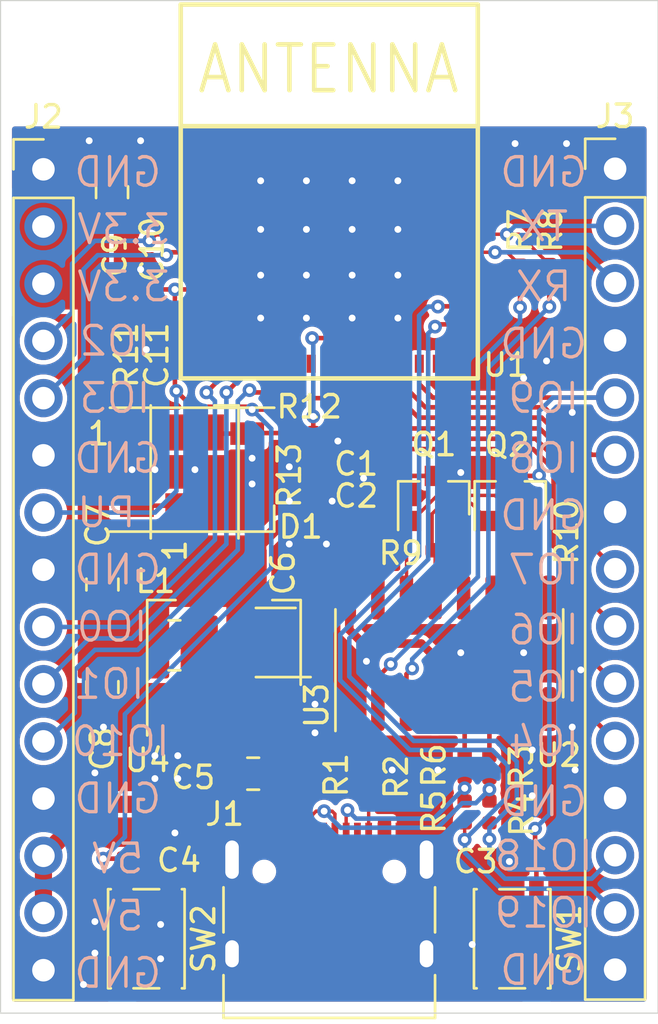
<source format=kicad_pcb>
(kicad_pcb (version 20171130) (host pcbnew "(5.1.6)-1")
  (layers (0 F.Cu signal) (31 B.Cu signal hide) (34 B.Paste user hide) (35 F.Paste user hide) (36 B.SilkS user hide) (37 F.SilkS user) (38 B.Mask user hide) (39 F.Mask user) (44 Edge.Cuts user))
  (net 0 "")
  (net 1 "Net-(J1-PadB8)")
  (net 2 "Net-(J1-PadA5)")
  (net 3 "Net-(J1-PadA7)")
  (net 4 "Net-(J1-PadA8)")
  (net 5 "Net-(J1-PadB5)")
  (net 6 "Net-(J1-PadA6)")
  (net 7 "Net-(U1-Pad29)")
  (net 8 "Net-(U1-Pad28)")
  (net 9 "Net-(U1-Pad25)")
  (net 10 "Net-(U1-Pad15)")
  (net 11 "Net-(U1-Pad4)")
  (net 12 "Net-(U1-Pad7)")
  (net 13 "Net-(U1-Pad9)")
  (net 14 "Net-(U1-Pad10)")
  (net 15 "Net-(U1-Pad17)")
  (net 16 "Net-(U1-Pad24)")
  (net 17 "Net-(U1-Pad32)")
  (net 18 "Net-(U1-Pad33)")
  (net 19 "Net-(U1-Pad34)")
  (net 20 "Net-(U1-Pad35)")
  (net 21 GND)
  (net 22 +3V3)
  (net 23 /GPIO9)
  (net 24 /CHIP_PU)
  (net 25 "Net-(D1-Pad2)")
  (net 26 "Net-(D1-Pad4)")
  (net 27 +5V)
  (net 28 /GPIO10)
  (net 29 /GPIO1)
  (net 30 /GPIO0)
  (net 31 /GPIO3)
  (net 32 /GPIO2)
  (net 33 /GPIO19)
  (net 34 /GPIO18)
  (net 35 /GPIO4)
  (net 36 /GPIO5)
  (net 37 /GPIO6)
  (net 38 /GPIO7)
  (net 39 /GPIO8)
  (net 40 /U0RXD)
  (net 41 /U0TXD)
  (net 42 "Net-(L1-Pad1)")
  (net 43 /RTS)
  (net 44 "Net-(Q1-Pad2)")
  (net 45 /DTR)
  (net 46 "Net-(Q2-Pad2)")
  (net 47 /DM)
  (net 48 /DP)
  (net 49 "Net-(R7-Pad1)")
  (net 50 "Net-(R8-Pad1)")
  (net 51 "Net-(U2-Pad15)")
  (net 52 "Net-(U2-Pad12)")
  (net 53 "Net-(U2-Pad11)")
  (net 54 "Net-(U2-Pad10)")
  (net 55 "Net-(U2-Pad9)")
  (net 56 "Net-(U2-Pad8)")
  (net 57 "Net-(U2-Pad7)")
  (module LED_SMD:LED_SK6812MINI_PLCC4_3.5x3.5mm_P1.75mm (layer F.Cu) (at 75.297 101.699 90)
    (fp_text reference D2 hide)
    (fp_text value SK6812MINI)
    (fp_text user 1 (at -3.5 -0.875 90) (layer F.SilkS))
    (pad 1 smd rect (at -1.75 -0.875 90) (size 1.6 0.85) (layers F.Cu F.Paste F.Mask) (net 25 "Net-(D1-Pad2)"))
    (pad 2 smd rect (at -1.75 0.875 90) (size 1.6 0.85) (layers F.Cu F.Paste F.Mask) (net 21 GND))
    (pad 4 smd rect (at 1.75 -0.875 90) (size 1.6 0.85) (layers F.Cu F.Paste F.Mask) (net 22 +3V3))
    (pad 3 smd rect (at 1.75 0.875 90) (size 1.6 0.85) (layers F.Cu F.Paste F.Mask) (net 26 "Net-(D1-Pad4)"))
  )
  (module Connector_PinHeader_2.54mm:PinHeader_1x15_P2.54mm_Vertical (layer F.Cu) (at 93.98 88.2396)
    (fp_text reference J3 (at 0 -2.33) (layer F.SilkS))
    (fp_text value Conn_01x15)
    (pad 15 thru_hole oval (at 0 35.56) (size 1.7 1.7) (drill 1) (layers *.Cu *.Mask) (net 21 GND))
    (pad 14 thru_hole oval (at 0 33.02) (size 1.7 1.7) (drill 1) (layers *.Cu *.Mask) (net 33 /GPIO19))
    (pad 13 thru_hole oval (at 0 30.48) (size 1.7 1.7) (drill 1) (layers *.Cu *.Mask) (net 34 /GPIO18))
    (pad 12 thru_hole oval (at 0 27.94) (size 1.7 1.7) (drill 1) (layers *.Cu *.Mask) (net 21 GND))
    (pad 11 thru_hole oval (at 0 25.4) (size 1.7 1.7) (drill 1) (layers *.Cu *.Mask) (net 35 /GPIO4))
    (pad 10 thru_hole oval (at 0 22.86) (size 1.7 1.7) (drill 1) (layers *.Cu *.Mask) (net 36 /GPIO5))
    (pad 9 thru_hole oval (at 0 20.32) (size 1.7 1.7) (drill 1) (layers *.Cu *.Mask) (net 37 /GPIO6))
    (pad 8 thru_hole oval (at 0 17.78) (size 1.7 1.7) (drill 1) (layers *.Cu *.Mask) (net 38 /GPIO7))
    (pad 7 thru_hole oval (at 0 15.24) (size 1.7 1.7) (drill 1) (layers *.Cu *.Mask) (net 21 GND))
    (pad 6 thru_hole oval (at 0 12.7) (size 1.7 1.7) (drill 1) (layers *.Cu *.Mask) (net 39 /GPIO8))
    (pad 5 thru_hole oval (at 0 10.16) (size 1.7 1.7) (drill 1) (layers *.Cu *.Mask) (net 23 /GPIO9))
    (pad 4 thru_hole oval (at 0 7.62) (size 1.7 1.7) (drill 1) (layers *.Cu *.Mask) (net 21 GND))
    (pad 3 thru_hole oval (at 0 5.08) (size 1.7 1.7) (drill 1) (layers *.Cu *.Mask) (net 40 /U0RXD))
    (pad 2 thru_hole oval (at 0 2.54) (size 1.7 1.7) (drill 1) (layers *.Cu *.Mask) (net 41 /U0TXD))
    (pad 1 thru_hole rect (at 0 0) (size 1.7 1.7) (drill 1) (layers *.Cu *.Mask) (net 21 GND))
  )
  (module Connector_PinHeader_2.54mm:PinHeader_1x15_P2.54mm_Vertical (layer F.Cu) (at 68.58 88.265)
    (fp_text reference J2 (at 0 -2.33) (layer F.SilkS))
    (fp_text value Conn_01x15)
    (pad 15 thru_hole oval (at 0 35.56) (size 1.7 1.7) (drill 1) (layers *.Cu *.Mask) (net 21 GND))
    (pad 14 thru_hole oval (at 0 33.02) (size 1.7 1.7) (drill 1) (layers *.Cu *.Mask) (net 27 +5V))
    (pad 13 thru_hole oval (at 0 30.48) (size 1.7 1.7) (drill 1) (layers *.Cu *.Mask) (net 27 +5V))
    (pad 12 thru_hole oval (at 0 27.94) (size 1.7 1.7) (drill 1) (layers *.Cu *.Mask) (net 21 GND))
    (pad 11 thru_hole oval (at 0 25.4) (size 1.7 1.7) (drill 1) (layers *.Cu *.Mask) (net 28 /GPIO10))
    (pad 10 thru_hole oval (at 0 22.86) (size 1.7 1.7) (drill 1) (layers *.Cu *.Mask) (net 29 /GPIO1))
    (pad 9 thru_hole oval (at 0 20.32) (size 1.7 1.7) (drill 1) (layers *.Cu *.Mask) (net 30 /GPIO0))
    (pad 8 thru_hole oval (at 0 17.78) (size 1.7 1.7) (drill 1) (layers *.Cu *.Mask) (net 21 GND))
    (pad 7 thru_hole oval (at 0 15.24) (size 1.7 1.7) (drill 1) (layers *.Cu *.Mask) (net 24 /CHIP_PU))
    (pad 6 thru_hole oval (at 0 12.7) (size 1.7 1.7) (drill 1) (layers *.Cu *.Mask) (net 21 GND))
    (pad 5 thru_hole oval (at 0 10.16) (size 1.7 1.7) (drill 1) (layers *.Cu *.Mask) (net 31 /GPIO3))
    (pad 4 thru_hole oval (at 0 7.62) (size 1.7 1.7) (drill 1) (layers *.Cu *.Mask) (net 32 /GPIO2))
    (pad 3 thru_hole oval (at 0 5.08) (size 1.7 1.7) (drill 1) (layers *.Cu *.Mask) (net 22 +3V3))
    (pad 2 thru_hole oval (at 0 2.54) (size 1.7 1.7) (drill 1) (layers *.Cu *.Mask) (net 22 +3V3))
    (pad 1 thru_hole rect (at 0 0) (size 1.7 1.7) (drill 1) (layers *.Cu *.Mask) (net 21 GND))
  )
  (module Package_TO_SOT_SMD:SOT-23 (layer F.Cu) (at 89.319 102.8778 90)
    (fp_text reference Q2 (at 2.37 -0.1396 180) (layer F.SilkS))
    (fp_text value S8050)
    (pad 3 smd rect (at 1 0 90) (size 0.9 0.8) (layers F.Cu F.Paste F.Mask) (net 23 /GPIO9))
    (pad 2 smd rect (at -1 0.95 90) (size 0.9 0.8) (layers F.Cu F.Paste F.Mask) (net 46 "Net-(Q2-Pad2)"))
    (pad 1 smd rect (at -1 -0.95 90) (size 0.9 0.8) (layers F.Cu F.Paste F.Mask) (net 45 /DTR))
  )
  (module Package_TO_SOT_SMD:SOT-23 (layer F.Cu) (at 85.919 102.8778 90)
    (fp_text reference Q1 (at 2.3954 0.0092 180) (layer F.SilkS))
    (fp_text value S8050)
    (pad 3 smd rect (at 1 0 90) (size 0.9 0.8) (layers F.Cu F.Paste F.Mask) (net 24 /CHIP_PU))
    (pad 2 smd rect (at -1 0.95 90) (size 0.9 0.8) (layers F.Cu F.Paste F.Mask) (net 44 "Net-(Q1-Pad2)"))
    (pad 1 smd rect (at -1 -0.95 90) (size 0.9 0.8) (layers F.Cu F.Paste F.Mask) (net 43 /RTS))
  )
  (module Package_TO_SOT_SMD:SOT-223-3_TabPin2 (layer F.Cu) (at 76.6 109.3 90)
    (fp_text reference U4 (at -5.2032 -3.3972 180) (layer F.SilkS))
    (fp_text value AP1117-33)
    (pad 2 smd rect (at 3.15 0 90) (size 2 3.8) (layers F.Cu F.Paste F.Mask) (net 22 +3V3))
    (pad 666 smd rect (at -3.15 0 90) (size 2 1.5) (layers F.Cu F.Paste F.Mask))
    (pad 3 smd rect (at -3.15 2.3 90) (size 2 1.5) (layers F.Cu F.Paste F.Mask) (net 27 +5V))
    (pad 1 smd rect (at -3.15 -2.3 90) (size 2 1.5) (layers F.Cu F.Paste F.Mask) (net 21 GND))
  )
  (module Package_TO_SOT_SMD:TSOT-23-5 (layer F.Cu) (at 78.9 109.3 180)
    (fp_text reference U3 (at -1.8212 -2.7648 90) (layer F.SilkS))
    (fp_text value NC)
    (pad 1 smd rect (at -1.31 -0.95 180) (size 1.22 0.65) (layers F.Cu F.Paste F.Mask) (net 27 +5V))
    (pad 2 smd rect (at -1.31 0 180) (size 1.22 0.65) (layers F.Cu F.Paste F.Mask) (net 21 GND))
    (pad 3 smd rect (at -1.31 0.95 180) (size 1.22 0.65) (layers F.Cu F.Paste F.Mask) (net 27 +5V))
    (pad 4 smd rect (at 1.31 0.95 180) (size 1.22 0.65) (layers F.Cu F.Paste F.Mask) (net 22 +3V3))
    (pad 5 smd rect (at 1.31 -0.95 180) (size 1.22 0.65) (layers F.Cu F.Paste F.Mask) (net 42 "Net-(L1-Pad1)"))
  )
  (module Package_SO:SOIC-16_3.9x9.9mm_P1.27mm (layer F.Cu) (at 86.614 109.7534 90)
    (fp_text reference U2 (at -4.5212 4.8514 180) (layer F.SilkS))
    (fp_text value CH340C)
    (pad 16 smd roundrect (at 2.475 -4.445 90) (size 1.95 0.6) (layers F.Cu F.Paste F.Mask) (net 22 +3V3))
    (pad 15 smd roundrect (at 2.475 -3.175 90) (size 1.95 0.6) (layers F.Cu F.Paste F.Mask) (net 51 "Net-(U2-Pad15)"))
    (pad 14 smd roundrect (at 2.475 -1.905 90) (size 1.95 0.6) (layers F.Cu F.Paste F.Mask) (net 43 /RTS))
    (pad 13 smd roundrect (at 2.475 -0.635 90) (size 1.95 0.6) (layers F.Cu F.Paste F.Mask) (net 45 /DTR))
    (pad 12 smd roundrect (at 2.475 0.635 90) (size 1.95 0.6) (layers F.Cu F.Paste F.Mask) (net 52 "Net-(U2-Pad12)"))
    (pad 11 smd roundrect (at 2.475 1.905 90) (size 1.95 0.6) (layers F.Cu F.Paste F.Mask) (net 53 "Net-(U2-Pad11)"))
    (pad 10 smd roundrect (at 2.475 3.175 90) (size 1.95 0.6) (layers F.Cu F.Paste F.Mask) (net 54 "Net-(U2-Pad10)"))
    (pad 9 smd roundrect (at 2.475 4.445 90) (size 1.95 0.6) (layers F.Cu F.Paste F.Mask) (net 55 "Net-(U2-Pad9)"))
    (pad 8 smd roundrect (at -2.475 4.445 90) (size 1.95 0.6) (layers F.Cu F.Paste F.Mask) (net 56 "Net-(U2-Pad8)"))
    (pad 7 smd roundrect (at -2.475 3.175 90) (size 1.95 0.6) (layers F.Cu F.Paste F.Mask) (net 57 "Net-(U2-Pad7)"))
    (pad 6 smd roundrect (at -2.475 1.905 90) (size 1.95 0.6) (layers F.Cu F.Paste F.Mask) (net 47 /DM))
    (pad 5 smd roundrect (at -2.475 0.635 90) (size 1.95 0.6) (layers F.Cu F.Paste F.Mask) (net 48 /DP))
    (pad 4 smd roundrect (at -2.475 -0.635 90) (size 1.95 0.6) (layers F.Cu F.Paste F.Mask) (net 22 +3V3))
    (pad 3 smd roundrect (at -2.475 -1.905 90) (size 1.95 0.6) (layers F.Cu F.Paste F.Mask) (net 50 "Net-(R8-Pad1)"))
    (pad 2 smd roundrect (at -2.475 -3.175 90) (size 1.95 0.6) (layers F.Cu F.Paste F.Mask) (net 49 "Net-(R7-Pad1)"))
    (pad 1 smd roundrect (at -2.475 -4.445 90) (size 1.95 0.6) (layers F.Cu F.Paste F.Mask) (net 21 GND))
  )
  (module Button_Switch_SMD:SW_SPST_PTS810 (layer F.Cu) (at 73.152 122.428 90)
    (fp_text reference SW2 (at 0 2.54 90) (layer F.SilkS))
    (fp_text value SW_SPST)
    (pad 2 smd rect (at 2.075 1.075 90) (size 1.05 0.65) (layers F.Cu F.Paste F.Mask) (net 21 GND))
    (pad 2 smd rect (at -2.075 1.075 90) (size 1.05 0.65) (layers F.Cu F.Paste F.Mask) (net 21 GND))
    (pad 1 smd rect (at 2.075 -1.075 90) (size 1.05 0.65) (layers F.Cu F.Paste F.Mask) (net 24 /CHIP_PU))
    (pad 1 smd rect (at -2.075 -1.075 90) (size 1.05 0.65) (layers F.Cu F.Paste F.Mask) (net 24 /CHIP_PU))
  )
  (module Button_Switch_SMD:SW_SPST_PTS810 (layer F.Cu) (at 89.408 122.428 270)
    (fp_text reference SW1 (at 0 -2.54 90) (layer F.SilkS))
    (fp_text value SW_SPST)
    (pad 2 smd rect (at 2.075 1.075 270) (size 1.05 0.65) (layers F.Cu F.Paste F.Mask) (net 21 GND))
    (pad 2 smd rect (at -2.075 1.075 270) (size 1.05 0.65) (layers F.Cu F.Paste F.Mask) (net 21 GND))
    (pad 1 smd rect (at 2.075 -1.075 270) (size 1.05 0.65) (layers F.Cu F.Paste F.Mask) (net 23 /GPIO9))
    (pad 1 smd rect (at -2.075 -1.075 270) (size 1.05 0.65) (layers F.Cu F.Paste F.Mask) (net 23 /GPIO9))
  )
  (module Resistor_SMD:R_0402_1005Metric (layer F.Cu) (at 80.5688 101.6024 270)
    (fp_text reference R13 (at 0.2516 1.0668 90) (layer F.SilkS))
    (fp_text value 10K)
    (pad 2 smd roundrect (at 0.485 0 270) (size 0.59 0.64) (layers F.Cu F.Paste F.Mask) (net 22 +3V3))
    (pad 1 smd roundrect (at -0.485 0 270) (size 0.59 0.64) (layers F.Cu F.Paste F.Mask) (net 39 /GPIO8))
  )
  (module Resistor_SMD:R_0402_1005Metric (layer F.Cu) (at 80.0838 99.9744 180)
    (fp_text reference R12 (at -0.3072 1.1684) (layer F.SilkS))
    (fp_text value 0)
    (pad 2 smd roundrect (at 0.485 0 180) (size 0.59 0.64) (layers F.Cu F.Paste F.Mask) (net 26 "Net-(D1-Pad4)"))
    (pad 1 smd roundrect (at -0.485 0 180) (size 0.59 0.64) (layers F.Cu F.Paste F.Mask) (net 39 /GPIO8))
  )
  (module Resistor_SMD:R_0402_1005Metric (layer F.Cu) (at 72.263 94.084 90)
    (fp_text reference R11 (at -2.436 0 90) (layer F.SilkS))
    (fp_text value 10K)
    (pad 2 smd roundrect (at 0.485 0 90) (size 0.59 0.64) (layers F.Cu F.Paste F.Mask) (net 24 /CHIP_PU))
    (pad 1 smd roundrect (at -0.485 0 90) (size 0.59 0.64) (layers F.Cu F.Paste F.Mask) (net 22 +3V3))
  )
  (module Resistor_SMD:R_0402_1005Metric (layer F.Cu) (at 89.734 105.1778)
    (fp_text reference R10 (at 2.087 -0.8092 90) (layer F.SilkS))
    (fp_text value 10K)
    (pad 2 smd roundrect (at 0.485 0) (size 0.59 0.64) (layers F.Cu F.Paste F.Mask) (net 46 "Net-(Q2-Pad2)"))
    (pad 1 smd roundrect (at -0.485 0) (size 0.59 0.64) (layers F.Cu F.Paste F.Mask) (net 43 /RTS))
  )
  (module Resistor_SMD:R_0402_1005Metric (layer F.Cu) (at 86.334 105.1778)
    (fp_text reference R9 (at -1.879 0.1306) (layer F.SilkS))
    (fp_text value 10K)
    (pad 2 smd roundrect (at 0.485 0) (size 0.59 0.64) (layers F.Cu F.Paste F.Mask) (net 44 "Net-(Q1-Pad2)"))
    (pad 1 smd roundrect (at -0.485 0) (size 0.59 0.64) (layers F.Cu F.Paste F.Mask) (net 45 /DTR))
  )
  (module Resistor_SMD:R_0402_1005Metric (layer F.Cu) (at 91.056 92.977 90)
    (fp_text reference R8 (at 1.9942 0.0538 90) (layer F.SilkS))
    (fp_text value 0)
    (pad 2 smd roundrect (at 0.485 0 90) (size 0.59 0.64) (layers F.Cu F.Paste F.Mask) (net 41 /U0TXD))
    (pad 1 smd roundrect (at -0.485 0 90) (size 0.59 0.64) (layers F.Cu F.Paste F.Mask) (net 50 "Net-(R8-Pad1)"))
  )
  (module Resistor_SMD:R_0402_1005Metric (layer F.Cu) (at 89.756 93.007 90)
    (fp_text reference R7 (at 2.0242 0.0076 90) (layer F.SilkS))
    (fp_text value 0)
    (pad 2 smd roundrect (at 0.485 0 90) (size 0.59 0.64) (layers F.Cu F.Paste F.Mask) (net 40 /U0RXD))
    (pad 1 smd roundrect (at -0.485 0 90) (size 0.59 0.64) (layers F.Cu F.Paste F.Mask) (net 49 "Net-(R7-Pad1)"))
  )
  (module Resistor_SMD:R_0402_1005Metric (layer F.Cu) (at 87.295 114.782 90)
    (fp_text reference R6 (at 0.0502 -1.3668 270) (layer F.SilkS))
    (fp_text value 0)
    (pad 2 smd roundrect (at 0.485 0 90) (size 0.59 0.64) (layers F.Cu F.Paste F.Mask) (net 48 /DP))
    (pad 1 smd roundrect (at -0.485 0 90) (size 0.59 0.64) (layers F.Cu F.Paste F.Mask) (net 6 "Net-(J1-PadA6)"))
  )
  (module Resistor_SMD:R_0402_1005Metric (layer F.Cu) (at 87.295 116.797 270)
    (fp_text reference R5 (at -0.0078 1.3668 90) (layer F.SilkS))
    (fp_text value NC)
    (pad 2 smd roundrect (at 0.485 0 270) (size 0.59 0.64) (layers F.Cu F.Paste F.Mask) (net 33 /GPIO19))
    (pad 1 smd roundrect (at -0.485 0 270) (size 0.59 0.64) (layers F.Cu F.Paste F.Mask) (net 6 "Net-(J1-PadA6)"))
  )
  (module Resistor_SMD:R_0402_1005Metric (layer F.Cu) (at 88.395 116.797 270)
    (fp_text reference R4 (at 0.1192 -1.4448 270) (layer F.SilkS))
    (fp_text value NC)
    (pad 2 smd roundrect (at 0.485 0 270) (size 0.59 0.64) (layers F.Cu F.Paste F.Mask) (net 34 /GPIO18))
    (pad 1 smd roundrect (at -0.485 0 270) (size 0.59 0.64) (layers F.Cu F.Paste F.Mask) (net 3 "Net-(J1-PadA7)"))
  )
  (module Resistor_SMD:R_0402_1005Metric (layer F.Cu) (at 88.395 114.797 90)
    (fp_text reference R3 (at 0.0144 1.4194 270) (layer F.SilkS))
    (fp_text value 0)
    (pad 2 smd roundrect (at 0.485 0 90) (size 0.59 0.64) (layers F.Cu F.Paste F.Mask) (net 47 /DM))
    (pad 1 smd roundrect (at -0.485 0 90) (size 0.59 0.64) (layers F.Cu F.Paste F.Mask) (net 3 "Net-(J1-PadA7)"))
  )
  (module Resistor_SMD:R_0402_1005Metric (layer F.Cu) (at 82.931 115.189 90)
    (fp_text reference R2 (at -0.0508 1.3208 90) (layer F.SilkS))
    (fp_text value 5K)
    (pad 2 smd roundrect (at 0.485 0 90) (size 0.59 0.64) (layers F.Cu F.Paste F.Mask) (net 21 GND))
    (pad 1 smd roundrect (at -0.485 0 90) (size 0.59 0.64) (layers F.Cu F.Paste F.Mask) (net 5 "Net-(J1-PadB5)"))
  )
  (module Resistor_SMD:R_0402_1005Metric (layer F.Cu) (at 80.264 115.189 90)
    (fp_text reference R1 (at 0.0254 1.3208 90) (layer F.SilkS))
    (fp_text value 5K)
    (pad 2 smd roundrect (at 0.485 0 90) (size 0.59 0.64) (layers F.Cu F.Paste F.Mask) (net 21 GND))
    (pad 1 smd roundrect (at -0.485 0 90) (size 0.59 0.64) (layers F.Cu F.Paste F.Mask) (net 2 "Net-(J1-PadA5)"))
  )
  (module Inductor_SMD:L_1008_2520Metric (layer F.Cu) (at 74.4 109.4 180)
    (fp_text reference L1 (at 0.8416 2.847) (layer F.SilkS))
    (fp_text value NC)
    (pad 1 smd roundrect (at -1.075 0 180) (size 1.25 2.2) (layers F.Cu F.Paste F.Mask) (roundrect_rratio 0.2) (net 42 "Net-(L1-Pad1)"))
    (pad 2 smd roundrect (at 1.075 0 180) (size 1.25 2.2) (layers F.Cu F.Paste F.Mask) (roundrect_rratio 0.2) (net 22 +3V3))
  )
  (module LED_SMD:LED_WS2812B_PLCC4_5.0x5.0mm_P3.2mm (layer F.Cu) (at 75.184 101.6)
    (fp_text reference D1 (at 4.826 2.54) (layer F.SilkS))
    (fp_text value WS2812B)
    (fp_text user 1 (at -4.15 -1.6) (layer F.SilkS))
    (pad 1 smd rect (at -2.45 -1.6) (size 1.5 1) (layers F.Cu F.Paste F.Mask) (net 22 +3V3))
    (pad 2 smd rect (at -2.45 1.6) (size 1.5 1) (layers F.Cu F.Paste F.Mask) (net 25 "Net-(D1-Pad2)"))
    (pad 4 smd rect (at 2.45 -1.6) (size 1.5 1) (layers F.Cu F.Paste F.Mask) (net 26 "Net-(D1-Pad4)"))
    (pad 3 smd rect (at 2.45 1.6) (size 1.5 1) (layers F.Cu F.Paste F.Mask) (net 21 GND))
  )
  (module Capacitor_SMD:C_0402_1005Metric (layer F.Cu) (at 73.533 94.084 270)
    (fp_text reference C11 (at 2.436 -0.0762 90) (layer F.SilkS))
    (fp_text value 1uF)
    (pad 2 smd roundrect (at 0.485 0 270) (size 0.59 0.64) (layers F.Cu F.Paste F.Mask) (net 21 GND))
    (pad 1 smd roundrect (at -0.485 0 270) (size 0.59 0.64) (layers F.Cu F.Paste F.Mask) (net 24 /CHIP_PU))
  )
  (module Capacitor_SMD:C_0402_1005Metric (layer F.Cu) (at 73.406 89.258 90)
    (fp_text reference C10 (at -2.563 0 90) (layer F.SilkS))
    (fp_text value 0.1uF)
    (pad 2 smd roundrect (at 0.485 0 90) (size 0.59 0.64) (layers F.Cu F.Paste F.Mask) (net 21 GND))
    (pad 1 smd roundrect (at -0.485 0 90) (size 0.59 0.64) (layers F.Cu F.Paste F.Mask) (net 22 +3V3))
  )
  (module Capacitor_SMD:C_0805_2012Metric (layer F.Cu) (at 71.628 89.281 90)
    (fp_text reference C9 (at -2.794 0.127 90) (layer F.SilkS))
    (fp_text value 10uF)
    (pad 2 smd roundrect (at 0.9375 0 90) (size 0.975 1.4) (layers F.Cu F.Paste F.Mask) (net 21 GND))
    (pad 1 smd roundrect (at -0.9375 0 90) (size 0.975 1.4) (layers F.Cu F.Paste F.Mask) (net 22 +3V3))
  )
  (module Capacitor_SMD:C_0805_2012Metric (layer F.Cu) (at 71.2 111.252 270)
    (fp_text reference C8 (at 2.7432 0.0038 90) (layer F.SilkS))
    (fp_text value 10uF)
    (pad 1 smd roundrect (at -0.9375 0 270) (size 0.975 1.4) (layers F.Cu F.Paste F.Mask) (net 22 +3V3))
    (pad 2 smd roundrect (at 0.9375 0 270) (size 0.975 1.4) (layers F.Cu F.Paste F.Mask) (net 21 GND))
  )
  (module Capacitor_SMD:C_0805_2012Metric (layer F.Cu) (at 71.2 106.7 90)
    (fp_text reference C7 (at 2.6362 -0.207 90) (layer F.SilkS))
    (fp_text value 10uF)
    (pad 1 smd roundrect (at -0.9375 0 90) (size 0.975 1.4) (layers F.Cu F.Paste F.Mask) (net 22 +3V3))
    (pad 2 smd roundrect (at 0.9375 0 90) (size 0.975 1.4) (layers F.Cu F.Paste F.Mask) (net 21 GND))
  )
  (module Capacitor_SMD:C_0402_1005Metric (layer F.Cu) (at 80.264 106.172 90)
    (fp_text reference C6 (at -0.0254 -1.0414 270) (layer F.SilkS))
    (fp_text value 0.1uF)
    (pad 2 smd roundrect (at 0.485 0 90) (size 0.59 0.64) (layers F.Cu F.Paste F.Mask) (net 21 GND))
    (pad 1 smd roundrect (at -0.485 0 90) (size 0.59 0.64) (layers F.Cu F.Paste F.Mask) (net 27 +5V))
  )
  (module Capacitor_SMD:C_0805_2012Metric (layer F.Cu) (at 77.9 115.1 180)
    (fp_text reference C5 (at 2.6652 -0.1652) (layer F.SilkS))
    (fp_text value 10uF)
    (pad 1 smd roundrect (at -0.9375 0 180) (size 0.975 1.4) (layers F.Cu F.Paste F.Mask) (net 27 +5V))
    (pad 2 smd roundrect (at 0.9375 0 180) (size 0.975 1.4) (layers F.Cu F.Paste F.Mask) (net 21 GND))
  )
  (module Capacitor_SMD:C_0402_1005Metric (layer F.Cu) (at 72.621 118.872)
    (fp_text reference C4 (at 1.9788 0.0762) (layer F.SilkS))
    (fp_text value 0.1uF)
    (pad 2 smd roundrect (at 0.485 0) (size 0.59 0.64) (layers F.Cu F.Paste F.Mask) (net 21 GND))
    (pad 1 smd roundrect (at -0.485 0) (size 0.59 0.64) (layers F.Cu F.Paste F.Mask) (net 24 /CHIP_PU))
  )
  (module Capacitor_SMD:C_0402_1005Metric (layer F.Cu) (at 89.939 118.745 180)
    (fp_text reference C3 (at 2.1566 -0.254) (layer F.SilkS))
    (fp_text value 0.1uF)
    (pad 2 smd roundrect (at 0.485 0 180) (size 0.59 0.64) (layers F.Cu F.Paste F.Mask) (net 21 GND))
    (pad 1 smd roundrect (at -0.485 0 180) (size 0.59 0.64) (layers F.Cu F.Paste F.Mask) (net 23 /GPIO9))
  )
  (module Capacitor_SMD:C_0402_1005Metric (layer F.Cu) (at 82.619 105.2746)
    (fp_text reference C2 (at -0.1452 -2.5062) (layer F.SilkS))
    (fp_text value 0.1uF)
    (pad 2 smd roundrect (at 0.485 0) (size 0.59 0.64) (layers F.Cu F.Paste F.Mask) (net 21 GND))
    (pad 1 smd roundrect (at -0.485 0) (size 0.59 0.64) (layers F.Cu F.Paste F.Mask) (net 22 +3V3))
  )
  (module Capacitor_SMD:C_0402_1005Metric (layer F.Cu) (at 82.619 104.0746)
    (fp_text reference C1 (at -0.1452 -2.7286) (layer F.SilkS))
    (fp_text value 0.1uF)
    (pad 2 smd roundrect (at 0.485 0) (size 0.59 0.64) (layers F.Cu F.Paste F.Mask) (net 21 GND))
    (pad 1 smd roundrect (at -0.485 0) (size 0.59 0.64) (layers F.Cu F.Paste F.Mask) (net 22 +3V3))
  )
  (module mybays_modules:ESP32-C3-MINI (layer F.Cu) (at 81.28 91.948)
    (fp_text reference U1 (at 7.8486 5.0038) (layer F.SilkS))
    (fp_text value ESP32-C3-MINI-1)
    (fp_text user ANTENNA (at -5.969 -8.128) (layer F.SilkS) (effects (font (size 2.032 1.778) (thickness 0.2032)) (justify left)))
    (pad 46 smd rect (at -3.199892 -4.949952 90) (size 0.799998 0.399999) (layers F.Cu F.Paste F.Mask) (net 21 GND))
    (pad 45 smd rect (at -2.399792 -4.949952 90) (size 0.799998 0.399999) (layers F.Cu F.Paste F.Mask) (net 21 GND))
    (pad 44 smd rect (at -1.599946 -4.949952 90) (size 0.799998 0.399999) (layers F.Cu F.Paste F.Mask) (net 21 GND))
    (pad 43 smd rect (at -0.799846 -4.949952 90) (size 0.799998 0.399999) (layers F.Cu F.Paste F.Mask) (net 21 GND))
    (pad 42 smd rect (at 0.000254 -4.949952 90) (size 0.799998 0.399999) (layers F.Cu F.Paste F.Mask) (net 21 GND))
    (pad 41 smd rect (at 0.8001 -4.949952 90) (size 0.799998 0.399999) (layers F.Cu F.Paste F.Mask) (net 21 GND))
    (pad 40 smd rect (at 1.6002 -4.949952 90) (size 0.799998 0.399999) (layers F.Cu F.Paste F.Mask) (net 21 GND))
    (pad 39 smd rect (at 2.400046 -4.949952 90) (size 0.799998 0.399999) (layers F.Cu F.Paste F.Mask) (net 21 GND))
    (pad 38 smd rect (at 3.200146 -4.949952 90) (size 0.799998 0.399999) (layers F.Cu F.Paste F.Mask) (net 21 GND))
    (pad 37 smd rect (at 3.999992 -4.949952 90) (size 0.799998 0.399999) (layers F.Cu F.Paste F.Mask) (net 21 GND))
    (pad 36 smd rect (at 4.800092 -4.949952 90) (size 0.799998 0.399999) (layers F.Cu F.Paste F.Mask) (net 21 GND))
    (pad 30 smd rect (at 5.94995 0 180) (size 0.799998 0.399999) (layers F.Cu F.Paste F.Mask) (net 40 /U0RXD))
    (pad 29 smd rect (at 5.94995 0.8001 180) (size 0.799998 0.399999) (layers F.Cu F.Paste F.Mask) (net 7 "Net-(U1-Pad29)"))
    (pad 28 smd rect (at 5.94995 1.599946 180) (size 0.799998 0.399999) (layers F.Cu F.Paste F.Mask) (net 8 "Net-(U1-Pad28)"))
    (pad 27 smd rect (at 5.94995 2.400046 180) (size 0.799998 0.399999) (layers F.Cu F.Paste F.Mask) (net 33 /GPIO19))
    (pad 26 smd rect (at 5.94995 3.200146 180) (size 0.799998 0.399999) (layers F.Cu F.Paste F.Mask) (net 34 /GPIO18))
    (pad 25 smd rect (at 5.94995 3.999992 180) (size 0.799998 0.399999) (layers F.Cu F.Paste F.Mask) (net 9 "Net-(U1-Pad25)"))
    (pad 12 smd rect (at -4.800092 4.949952 90) (size 0.799998 0.399999) (layers F.Cu F.Paste F.Mask) (net 30 /GPIO0))
    (pad 13 smd rect (at -3.999992 4.949952 90) (size 0.799998 0.399999) (layers F.Cu F.Paste F.Mask) (net 29 /GPIO1))
    (pad 14 smd rect (at -3.200146 4.949952 90) (size 0.799998 0.399999) (layers F.Cu F.Paste F.Mask) (net 21 GND))
    (pad 15 smd rect (at -2.400046 4.949952 90) (size 0.799998 0.399999) (layers F.Cu F.Paste F.Mask) (net 10 "Net-(U1-Pad15)"))
    (pad 49 smd rect (at 0 0) (size 1.45001 1.45001) (layers F.Cu F.Paste F.Mask) (net 21 GND))
    (pad 53 smd rect (at -5.94995 -4.949952) (size 0.799998 0.799998) (layers F.Cu F.Paste F.Mask))
    (pad 52 smd rect (at -5.94995 4.949952) (size 0.799998 0.799998) (layers F.Cu F.Paste F.Mask) (net 21 GND))
    (pad 51 smd rect (at 5.94995 4.949952) (size 0.799998 0.799998) (layers F.Cu F.Paste F.Mask) (net 21 GND))
    (pad 50 smd rect (at 5.94995 -4.949952) (size 0.799998 0.799998) (layers F.Cu F.Paste F.Mask) (net 21 GND))
    (pad 1 smd rect (at -5.94995 -3.999992) (size 0.799998 0.399999) (layers F.Cu F.Paste F.Mask) (net 21 GND))
    (pad 2 smd rect (at -5.94995 -3.199892) (size 0.799998 0.399999) (layers F.Cu F.Paste F.Mask) (net 21 GND))
    (pad 3 smd rect (at -5.94995 -2.400046) (size 0.799998 0.399999) (layers F.Cu F.Paste F.Mask) (net 22 +3V3))
    (pad 4 smd rect (at -5.94995 -1.599946) (size 0.799998 0.399999) (layers F.Cu F.Paste F.Mask) (net 11 "Net-(U1-Pad4)"))
    (pad 5 smd rect (at -5.94995 -0.8001) (size 0.799998 0.399999) (layers F.Cu F.Paste F.Mask) (net 32 /GPIO2))
    (pad 6 smd rect (at -5.94995 0) (size 0.799998 0.399999) (layers F.Cu F.Paste F.Mask) (net 31 /GPIO3))
    (pad 7 smd rect (at -5.94995 0.799846) (size 0.799998 0.399999) (layers F.Cu F.Paste F.Mask) (net 12 "Net-(U1-Pad7)"))
    (pad 8 smd rect (at -5.94995 1.599946) (size 0.799998 0.399999) (layers F.Cu F.Paste F.Mask) (net 24 /CHIP_PU))
    (pad 9 smd rect (at -5.94995 2.400046) (size 0.799998 0.399999) (layers F.Cu F.Paste F.Mask) (net 13 "Net-(U1-Pad9)"))
    (pad 10 smd rect (at -5.94995 3.199892) (size 0.799998 0.399999) (layers F.Cu F.Paste F.Mask) (net 14 "Net-(U1-Pad10)"))
    (pad 11 smd rect (at -5.94995 3.999992) (size 0.799998 0.399999) (layers F.Cu F.Paste F.Mask) (net 21 GND))
    (pad 16 smd rect (at -1.599946 4.949952 90) (size 0.799998 0.399999) (layers F.Cu F.Paste F.Mask) (net 28 /GPIO10))
    (pad 17 smd rect (at -0.799846 4.949952 90) (size 0.799998 0.399999) (layers F.Cu F.Paste F.Mask) (net 15 "Net-(U1-Pad17)"))
    (pad 18 smd rect (at 0 4.949952 90) (size 0.799998 0.399999) (layers F.Cu F.Paste F.Mask) (net 35 /GPIO4))
    (pad 19 smd rect (at 0.8001 4.949952 90) (size 0.799998 0.399999) (layers F.Cu F.Paste F.Mask) (net 36 /GPIO5))
    (pad 20 smd rect (at 1.599946 4.949952 90) (size 0.799998 0.399999) (layers F.Cu F.Paste F.Mask) (net 37 /GPIO6))
    (pad 21 smd rect (at 2.400046 4.949952 90) (size 0.799998 0.399999) (layers F.Cu F.Paste F.Mask) (net 38 /GPIO7))
    (pad 22 smd rect (at 3.199892 4.949952 90) (size 0.799998 0.399999) (layers F.Cu F.Paste F.Mask) (net 39 /GPIO8))
    (pad 23 smd rect (at 3.999992 4.949952 90) (size 0.799998 0.399999) (layers F.Cu F.Paste F.Mask) (net 23 /GPIO9))
    (pad 24 smd rect (at 4.800092 4.949952 90) (size 0.799998 0.399999) (layers F.Cu F.Paste F.Mask) (net 16 "Net-(U1-Pad24)"))
    (pad 31 smd rect (at 5.94995 -0.799846) (size 0.799998 0.399999) (layers F.Cu F.Paste F.Mask) (net 41 /U0TXD))
    (pad 32 smd rect (at 5.94995 -1.599946) (size 0.799998 0.399999) (layers F.Cu F.Paste F.Mask) (net 17 "Net-(U1-Pad32)"))
    (pad 33 smd rect (at 5.94995 -2.399792) (size 0.799998 0.399999) (layers F.Cu F.Paste F.Mask) (net 18 "Net-(U1-Pad33)"))
    (pad 34 smd rect (at 5.94995 -3.200146) (size 0.799998 0.399999) (layers F.Cu F.Paste F.Mask) (net 19 "Net-(U1-Pad34)"))
    (pad 35 smd rect (at 5.94995 -3.999992) (size 0.799998 0.399999) (layers F.Cu F.Paste F.Mask) (net 20 "Net-(U1-Pad35)"))
    (pad 47 smd rect (at -3.999992 -4.949952 90) (size 0.799998 0.399999) (layers F.Cu F.Paste F.Mask) (net 21 GND))
    (pad 48 smd rect (at -4.799838 -4.949952 90) (size 0.799998 0.399999) (layers F.Cu F.Paste F.Mask) (net 21 GND))
    (pad 49 smd rect (at 1.975104 0) (size 1.45001 1.45001) (layers F.Cu F.Paste F.Mask) (net 21 GND))
    (pad 49 smd rect (at 1.975104 -1.975104) (size 1.45001 1.45001) (layers F.Cu F.Paste F.Mask) (net 21 GND))
    (pad 49 smd rect (at 0 -1.975104) (size 1.45001 1.45001) (layers F.Cu F.Paste F.Mask) (net 21 GND))
    (pad 49 smd rect (at -1.975104 0) (size 1.45001 1.45001) (layers F.Cu F.Paste F.Mask) (net 21 GND))
    (pad 49 smd rect (at -1.975104 1.975104) (size 1.45001 1.45001) (layers F.Cu F.Paste F.Mask) (net 21 GND))
    (pad 49 smd rect (at 0 1.975104) (size 1.45001 1.45001) (layers F.Cu F.Paste F.Mask) (net 21 GND))
    (pad 49 smd rect (at 1.975104 1.975104) (size 1.45001 1.45001) (layers F.Cu F.Paste F.Mask) (net 21 GND))
    (pad 49 smd custom (at -1.975028 -1.975028) (size 0 0) (layers F.Cu F.Paste F.Mask) (net 21 GND) (options (clearance outline) (anchor circle)) (primitives (gr_poly (pts (xy -0.724967 -0.124968) (xy -0.124968 -0.724967) (xy 0.725018 -0.724967) (xy 0.725018 0.725018) (xy -0.724967 0.725018)) (width 0))))
  )
  (module mybays_connector:USB_C (layer F.Cu) (at 81.28 122.045)
    (fp_text reference J1 (at -4.6482 -5.1542) (layer F.SilkS))
    (fp_text value USB_C)
    (pad B1 smd rect (at 3.25 -4.045) (size 0.6 1.45) (layers F.Cu F.Paste F.Mask) (net 21 GND))
    (pad A9 smd rect (at 2.45 -4.045) (size 0.6 1.45) (layers F.Cu F.Paste F.Mask) (net 27 +5V))
    (pad B9 smd rect (at -2.45 -4.045) (size 0.6 1.45) (layers F.Cu F.Paste F.Mask) (net 27 +5V))
    (pad B12 smd rect (at -3.25 -4.045) (size 0.6 1.45) (layers F.Cu F.Paste F.Mask) (net 21 GND))
    (pad A1 smd rect (at -3.25 -4.045) (size 0.6 1.45) (layers F.Cu F.Paste F.Mask) (net 21 GND))
    (pad A4 smd rect (at -2.45 -4.045) (size 0.6 1.45) (layers F.Cu F.Paste F.Mask) (net 27 +5V))
    (pad B4 smd rect (at 2.45 -4.045) (size 0.6 1.45) (layers F.Cu F.Paste F.Mask) (net 27 +5V))
    (pad A12 smd rect (at 3.25 -4.045) (size 0.6 1.45) (layers F.Cu F.Paste F.Mask) (net 21 GND))
    (pad B8 smd rect (at -1.75 -4.045) (size 0.3 1.45) (layers F.Cu F.Paste F.Mask) (net 1 "Net-(J1-PadB8)"))
    (pad A5 smd rect (at -1.25 -4.045) (size 0.3 1.45) (layers F.Cu F.Paste F.Mask) (net 2 "Net-(J1-PadA5)"))
    (pad B7 smd rect (at -0.75 -4.045) (size 0.3 1.45) (layers F.Cu F.Paste F.Mask) (net 3 "Net-(J1-PadA7)"))
    (pad A7 smd rect (at 0.25 -4.045) (size 0.3 1.45) (layers F.Cu F.Paste F.Mask) (net 3 "Net-(J1-PadA7)"))
    (pad B6 smd rect (at 0.75 -4.045) (size 0.3 1.45) (layers F.Cu F.Paste F.Mask) (net 6 "Net-(J1-PadA6)"))
    (pad A8 smd rect (at 1.25 -4.045) (size 0.3 1.45) (layers F.Cu F.Paste F.Mask) (net 4 "Net-(J1-PadA8)"))
    (pad B5 smd rect (at 1.75 -4.045) (size 0.3 1.45) (layers F.Cu F.Paste F.Mask) (net 5 "Net-(J1-PadB5)"))
    (pad A6 smd rect (at -0.25 -4.045) (size 0.3 1.45) (layers F.Cu F.Paste F.Mask) (net 6 "Net-(J1-PadA6)"))
    (pad S1 thru_hole oval (at 4.32 -3.13) (size 1 2.1) (drill oval 0.6 1.7) (layers *.Cu *.Mask) (net 21 GND))
    (pad S1 thru_hole oval (at -4.32 -3.13) (size 1 2.1) (drill oval 0.6 1.7) (layers *.Cu *.Mask) (net 21 GND))
    (pad "" np_thru_hole circle (at -2.89 -2.6) (size 0.65 0.65) (drill 0.65) (layers *.Cu *.Mask))
    (pad S1 thru_hole oval (at -4.32 1.05) (size 1 1.6) (drill oval 0.6 1.2) (layers *.Cu *.Mask) (net 21 GND))
    (pad "" np_thru_hole circle (at 2.89 -2.6) (size 0.65 0.65) (drill 0.65) (layers *.Cu *.Mask))
    (pad S1 thru_hole oval (at 4.32 1.05) (size 1 1.6) (drill oval 0.6 1.2) (layers *.Cu *.Mask) (net 21 GND))
  )
  (gr_text IO18 (at 90.805 118.745) (layer B.SilkS) (effects (font (size 1.27 1.27)) (justify mirror)))
  (gr_text "IO19\n" (at 90.805 121.285) (layer B.SilkS) (effects (font (size 1.27 1.27)) (justify mirror)))
  (gr_text "GND\n" (at 90.805 123.825) (layer B.SilkS) (effects (font (size 1.27 1.27)) (justify mirror)))
  (gr_text IO5 (at 90.805 111.252) (layer B.SilkS) (effects (font (size 1.27 1.27)) (justify mirror)))
  (gr_text IO4 (at 90.805 113.665) (layer B.SilkS) (effects (font (size 1.27 1.27)) (justify mirror)))
  (gr_text "GND\n" (at 90.805 116.332) (layer B.SilkS) (effects (font (size 1.27 1.27)) (justify mirror)))
  (gr_text "GND\n" (at 90.805 103.632) (layer B.SilkS) (effects (font (size 1.27 1.27)) (justify mirror)))
  (gr_text IO7 (at 90.805 106.045) (layer B.SilkS) (effects (font (size 1.27 1.27)) (justify mirror)))
  (gr_text "IO6\n" (at 90.805 108.712) (layer B.SilkS) (effects (font (size 1.27 1.27)) (justify mirror)))
  (gr_text "GND\n" (at 90.805 96.012) (layer B.SilkS) (effects (font (size 1.27 1.27)) (justify mirror)))
  (gr_text IO9 (at 90.805 98.425) (layer B.SilkS) (effects (font (size 1.27 1.27)) (justify mirror)))
  (gr_text IO8 (at 90.805 101.092) (layer B.SilkS) (effects (font (size 1.27 1.27)) (justify mirror)))
  (gr_text RX (at 90.805 93.472) (layer B.SilkS) (effects (font (size 1.27 1.27)) (justify mirror)))
  (gr_text TX (at 90.805 90.805) (layer B.SilkS) (effects (font (size 1.27 1.27)) (justify mirror)))
  (gr_text "GND\n" (at 90.805 88.392) (layer B.SilkS) (effects (font (size 1.27 1.27)) (justify mirror)))
  (gr_text "5V\n" (at 71.882 121.412) (layer B.SilkS) (effects (font (size 1.27 1.27)) (justify mirror)))
  (gr_text 5V (at 71.882 118.872) (layer B.SilkS) (effects (font (size 1.27 1.27)) (justify mirror)))
  (gr_text "GND\n" (at 71.882 123.952) (layer B.SilkS) (effects (font (size 1.27 1.27)) (justify mirror)))
  (gr_text "GND\n" (at 71.882 116.205) (layer B.SilkS) (effects (font (size 1.27 1.27)) (justify mirror)))
  (gr_text "GND\n" (at 71.882 106.045) (layer B.SilkS) (effects (font (size 1.27 1.27)) (justify mirror)))
  (gr_text "GND\n" (at 71.882 101.092) (layer B.SilkS) (effects (font (size 1.27 1.27)) (justify mirror)))
  (gr_text IO10 (at 72.009 113.665) (layer B.SilkS) (effects (font (size 1.27 1.27)) (justify mirror)))
  (gr_text IO1 (at 71.501 111.125) (layer B.SilkS) (effects (font (size 1.27 1.27)) (justify mirror)))
  (gr_text IO0 (at 71.628 108.585) (layer B.SilkS) (effects (font (size 1.27 1.27)) (justify mirror)))
  (gr_text PU (at 71.374 103.505) (layer B.SilkS) (effects (font (size 1.27 1.27)) (justify mirror)))
  (gr_text IO3 (at 71.755 98.425) (layer B.SilkS) (effects (font (size 1.27 1.27)) (justify mirror)))
  (gr_text IO2 (at 71.755 95.885) (layer B.SilkS) (effects (font (size 1.27 1.27)) (justify mirror)))
  (gr_text "3.3V\n" (at 72.136 93.472) (layer B.SilkS) (effects (font (size 1.27 1.27)) (justify mirror)))
  (gr_text "GND\n" (at 71.882 88.392) (layer B.SilkS) (effects (font (size 1.27 1.27)) (justify mirror)))
  (gr_text "3.3V\n" (at 72.136 90.932) (layer B.SilkS) (effects (font (size 1.27 1.27)) (justify mirror)))
  (gr_line (start 66.675 85.09) (end 66.675 80.772) (layer Edge.Cuts) (width 0.05))
  (gr_line (start 95.885 85.09) (end 95.885 80.772) (layer Edge.Cuts) (width 0.05))
  (gr_line (start 66.675 80.772) (end 95.885 80.772) (layer Edge.Cuts) (width 0.05))
  (gr_line (start 66.675 125.73) (end 66.675 85.09) (layer Edge.Cuts) (width 0.05))
  (gr_line (start 95.885 125.73) (end 66.675 125.73) (layer Edge.Cuts) (width 0.05))
  (gr_line (start 95.885 85.09) (end 95.885 125.73) (layer Edge.Cuts) (width 0.05))
  (segment (start 80.03 115.908) (end 80.03 118) (width 0.1524) (layer F.Cu) (net 2))
  (segment (start 80.264 115.674) (end 80.03 115.908) (width 0.1524) (layer F.Cu) (net 2))
  (segment (start 88.395 116.312) (end 88.395 115.8016) (width 0.1524) (layer F.Cu) (net 3))
  (segment (start 88.395 115.8016) (end 88.395 115.8016) (width 0.1524) (layer F.Cu) (net 3))
  (segment (start 88.395 115.8016) (end 88.395 115.282) (width 0.1524) (layer F.Cu) (net 3))
  (via (at 88.395 115.8016) (size 0.6096) (drill 0.3048) (layers F.Cu B.Cu) (net 3))
  (segment (start 80.53 116.9296) (end 80.53 118) (width 0.1524) (layer F.Cu) (net 3))
  (segment (start 81.407 116.7638) (end 81.0514 116.7638) (width 0.1524) (layer F.Cu) (net 3))
  (segment (start 81.53 118) (end 81.53 116.8868) (width 0.1524) (layer F.Cu) (net 3))
  (segment (start 80.6958 116.7638) (end 80.53 116.9296) (width 0.1524) (layer F.Cu) (net 3))
  (segment (start 81.53 116.8868) (end 81.407 116.7638) (width 0.1524) (layer F.Cu) (net 3))
  (segment (start 81.0514 116.7638) (end 80.6958 116.7638) (width 0.1524) (layer F.Cu) (net 3))
  (via (at 81.0514 116.7638) (size 0.6096) (drill 0.3048) (layers F.Cu B.Cu) (net 3))
  (segment (start 88.395 115.827) (end 88.395 115.8016) (width 0.1524) (layer B.Cu) (net 3))
  (segment (start 81.78481 117.49721) (end 86.095215 117.497209) (width 0.2032) (layer B.Cu) (net 3))
  (segment (start 81.0514 116.7638) (end 81.78481 117.49721) (width 0.2032) (layer B.Cu) (net 3))
  (segment (start 88.090201 116.106399) (end 88.395 115.8016) (width 0.2032) (layer B.Cu) (net 3))
  (segment (start 86.095215 117.497209) (end 87.184224 116.4082) (width 0.2032) (layer B.Cu) (net 3))
  (segment (start 87.184224 116.4082) (end 87.7884 116.4082) (width 0.2032) (layer B.Cu) (net 3))
  (segment (start 87.7884 116.4082) (end 88.090201 116.106399) (width 0.2032) (layer B.Cu) (net 3))
  (segment (start 83.03 115.773) (end 82.931 115.674) (width 0.1524) (layer F.Cu) (net 5))
  (segment (start 83.03 118) (end 83.03 115.773) (width 0.1524) (layer F.Cu) (net 5))
  (segment (start 87.295 116.312) (end 87.295 115.8192) (width 0.1524) (layer F.Cu) (net 6))
  (segment (start 87.295 115.8192) (end 87.295 115.743) (width 0.1524) (layer F.Cu) (net 6))
  (segment (start 87.295 115.743) (end 87.295 115.267) (width 0.1524) (layer F.Cu) (net 6))
  (via (at 87.295 115.743) (size 0.6096) (drill 0.3048) (layers F.Cu B.Cu) (net 6))
  (segment (start 82.03 119.0618) (end 82.03 118) (width 0.1524) (layer F.Cu) (net 6))
  (segment (start 81.8642 119.2276) (end 82.03 119.0618) (width 0.1524) (layer F.Cu) (net 6))
  (segment (start 81.2038 119.2276) (end 81.8642 119.2276) (width 0.1524) (layer F.Cu) (net 6))
  (segment (start 81.03 118) (end 81.03 119.0538) (width 0.1524) (layer F.Cu) (net 6))
  (segment (start 81.03 119.0538) (end 81.2038 119.2276) (width 0.1524) (layer F.Cu) (net 6))
  (segment (start 82.03 118) (end 82.03 116.777308) (width 0.1524) (layer F.Cu) (net 6))
  (segment (start 82.03 116.777308) (end 82.091118 116.71619) (width 0.1524) (layer F.Cu) (net 6))
  (via (at 82.091118 116.71619) (size 0.6096) (drill 0.3048) (layers F.Cu B.Cu) (net 6))
  (segment (start 87.2792 115.743) (end 87.295 115.743) (width 0.2032) (layer B.Cu) (net 6))
  (segment (start 85.9282 117.094) (end 87.2792 115.743) (width 0.2032) (layer B.Cu) (net 6))
  (segment (start 82.091118 116.71619) (end 82.468928 117.094) (width 0.2032) (layer B.Cu) (net 6))
  (segment (start 82.468928 117.094) (end 85.9282 117.094) (width 0.2032) (layer B.Cu) (net 6))
  (via (at 77.851 102.235) (size 0.6096) (drill 0.3048) (layers F.Cu B.Cu) (net 21))
  (via (at 89.281 118.999) (size 0.6096) (drill 0.3048) (layers F.Cu B.Cu) (net 21))
  (via (at 72.898 92.71) (size 0.6096) (drill 0.3048) (layers F.Cu B.Cu) (net 21))
  (via (at 73.152 96.266) (size 0.6096) (drill 0.3048) (layers F.Cu B.Cu) (net 21))
  (via (at 80.264 90.932) (size 0.6096) (drill 0.3048) (layers F.Cu B.Cu) (net 21))
  (via (at 82.296 90.932) (size 0.6096) (drill 0.3048) (layers F.Cu B.Cu) (net 21))
  (via (at 82.296 92.964) (size 0.6096) (drill 0.3048) (layers F.Cu B.Cu) (net 21))
  (via (at 80.264 92.964) (size 0.6096) (drill 0.3048) (layers F.Cu B.Cu) (net 21))
  (via (at 78.232 92.964) (size 0.6096) (drill 0.3048) (layers F.Cu B.Cu) (net 21))
  (via (at 78.232 90.932) (size 0.6096) (drill 0.3048) (layers F.Cu B.Cu) (net 21))
  (via (at 84.328 90.932) (size 0.6096) (drill 0.3048) (layers F.Cu B.Cu) (net 21))
  (via (at 84.328 92.964) (size 0.6096) (drill 0.3048) (layers F.Cu B.Cu) (net 21))
  (via (at 82.296 88.773) (size 0.6096) (drill 0.3048) (layers F.Cu B.Cu) (net 21))
  (via (at 84.328 88.773) (size 0.6096) (drill 0.3048) (layers F.Cu B.Cu) (net 21))
  (via (at 80.264 88.773) (size 0.6096) (drill 0.3048) (layers F.Cu B.Cu) (net 21))
  (via (at 78.232 88.773) (size 0.6096) (drill 0.3048) (layers F.Cu B.Cu) (net 21))
  (via (at 79.502 101.473) (size 0.6096) (drill 0.3048) (layers F.Cu B.Cu) (net 21))
  (via (at 79.502 102.997) (size 0.6096) (drill 0.3048) (layers F.Cu B.Cu) (net 21))
  (via (at 81.407 102.997) (size 0.6096) (drill 0.3048) (layers F.Cu B.Cu) (net 21))
  (via (at 81.661 100.33) (size 0.6096) (drill 0.3048) (layers F.Cu B.Cu) (net 21))
  (via (at 82.804 101.981) (size 0.6096) (drill 0.3048) (layers F.Cu B.Cu) (net 21))
  (via (at 87.122 101.727) (size 0.6096) (drill 0.3048) (layers F.Cu B.Cu) (net 21))
  (via (at 89.916 109.728) (size 0.6096) (drill 0.3048) (layers F.Cu B.Cu) (net 21))
  (via (at 87.122 109.728) (size 0.6096) (drill 0.3048) (layers F.Cu B.Cu) (net 21))
  (via (at 86.106 114.935) (size 0.6096) (drill 0.3048) (layers F.Cu B.Cu) (net 21))
  (via (at 84.074 114.935) (size 0.6096) (drill 0.3048) (layers F.Cu B.Cu) (net 21))
  (via (at 87.63 122.682) (size 0.6096) (drill 0.3048) (layers F.Cu B.Cu) (net 21))
  (via (at 74.549 114.3) (size 0.6096) (drill 0.3048) (layers F.Cu B.Cu) (net 21))
  (via (at 73.533 114.3) (size 0.6096) (drill 0.3048) (layers F.Cu B.Cu) (net 21))
  (via (at 73.533 115.316) (size 0.6096) (drill 0.3048) (layers F.Cu B.Cu) (net 21))
  (via (at 74.549 115.316) (size 0.6096) (drill 0.3048) (layers F.Cu B.Cu) (net 21))
  (via (at 81.153 104.902) (size 0.6096) (drill 0.3048) (layers F.Cu B.Cu) (net 21))
  (via (at 79.502 104.902) (size 0.6096) (drill 0.3048) (layers F.Cu B.Cu) (net 21))
  (via (at 72.517 101.6) (size 0.6096) (drill 0.3048) (layers F.Cu B.Cu) (net 21))
  (via (at 73.533 101.6) (size 0.6096) (drill 0.3048) (layers F.Cu B.Cu) (net 21))
  (via (at 82.931 110.109) (size 0.6096) (drill 0.3048) (layers F.Cu B.Cu) (net 21))
  (via (at 73.787 121.793) (size 0.6096) (drill 0.3048) (layers F.Cu B.Cu) (net 21))
  (via (at 73.787 123.317) (size 0.6096) (drill 0.3048) (layers F.Cu B.Cu) (net 21))
  (via (at 70.866 121.666) (size 0.6096) (drill 0.3048) (layers F.Cu B.Cu) (net 21))
  (via (at 70.866 123.063) (size 0.6096) (drill 0.3048) (layers F.Cu B.Cu) (net 21))
  (via (at 70.358 124.46) (size 0.6096) (drill 0.3048) (layers F.Cu B.Cu) (net 21))
  (via (at 74.422 117.729) (size 0.6096) (drill 0.3048) (layers F.Cu B.Cu) (net 21))
  (via (at 70.866 115.062) (size 0.6096) (drill 0.3048) (layers F.Cu B.Cu) (net 21))
  (via (at 89.916 97.536) (size 0.6096) (drill 0.3048) (layers F.Cu B.Cu) (net 21))
  (via (at 90.932 96.774) (size 0.6096) (drill 0.3048) (layers F.Cu B.Cu) (net 21))
  (via (at 92.075 99.06) (size 0.6096) (drill 0.3048) (layers F.Cu B.Cu) (net 21))
  (via (at 92.456 110.49) (size 0.6096) (drill 0.3048) (layers F.Cu B.Cu) (net 21))
  (via (at 92.075 113.03) (size 0.6096) (drill 0.3048) (layers F.Cu B.Cu) (net 21))
  (via (at 92.202 114.935) (size 0.6096) (drill 0.3048) (layers F.Cu B.Cu) (net 21))
  (via (at 90.297 116.078) (size 0.6096) (drill 0.3048) (layers F.Cu B.Cu) (net 21))
  (via (at 90.297 114.046) (size 0.6096) (drill 0.3048) (layers F.Cu B.Cu) (net 21))
  (via (at 77.851 101.092) (size 0.6096) (drill 0.3048) (layers F.Cu B.Cu) (net 21))
  (via (at 71.247 113.03) (size 0.6096) (drill 0.3048) (layers F.Cu B.Cu) (net 21))
  (via (at 80.645 112.014) (size 0.6096) (drill 0.3048) (layers F.Cu B.Cu) (net 21))
  (via (at 80.645 113.284) (size 0.6096) (drill 0.3048) (layers F.Cu B.Cu) (net 21))
  (via (at 78.232 94.869) (size 0.6096) (drill 0.3048) (layers F.Cu B.Cu) (net 21))
  (via (at 80.264 94.869) (size 0.6096) (drill 0.3048) (layers F.Cu B.Cu) (net 21))
  (via (at 82.296 94.869) (size 0.6096) (drill 0.3048) (layers F.Cu B.Cu) (net 21))
  (via (at 84.328 94.869) (size 0.6096) (drill 0.3048) (layers F.Cu B.Cu) (net 21))
  (via (at 75.311 101.6) (size 0.6096) (drill 0.3048) (layers F.Cu B.Cu) (net 21))
  (via (at 89.535 87.122) (size 0.6096) (drill 0.3048) (layers F.Cu B.Cu) (net 21))
  (via (at 91.821 87.122) (size 0.6096) (drill 0.3048) (layers F.Cu B.Cu) (net 21))
  (via (at 70.612 86.995) (size 0.6096) (drill 0.3048) (layers F.Cu B.Cu) (net 21))
  (via (at 72.898 86.995) (size 0.6096) (drill 0.3048) (layers F.Cu B.Cu) (net 21))
  (segment (start 82.134 107.2434) (end 82.169 107.2784) (width 0.2032) (layer F.Cu) (net 22))
  (segment (start 82.134 104.0746) (end 82.134 107.2434) (width 0.381) (layer F.Cu) (net 22))
  (segment (start 85.979 109.9312) (end 85.979 112.2284) (width 0.381) (layer F.Cu) (net 22))
  (segment (start 85.3694 109.3216) (end 85.979 109.9312) (width 0.381) (layer F.Cu) (net 22))
  (segment (start 82.7786 109.3216) (end 85.3694 109.3216) (width 0.381) (layer F.Cu) (net 22))
  (segment (start 82.169 107.2784) (end 82.169 108.712) (width 0.381) (layer F.Cu) (net 22))
  (segment (start 82.169 108.712) (end 82.7786 109.3216) (width 0.381) (layer F.Cu) (net 22))
  (segment (start 72.263 94.569) (end 71.166 94.569) (width 0.2032) (layer F.Cu) (net 22))
  (segment (start 76.984 106.15) (end 76.6 106.15) (width 0.2032) (layer F.Cu) (net 22))
  (segment (start 79.0594 104.0746) (end 76.984 106.15) (width 0.508) (layer F.Cu) (net 22))
  (segment (start 80.5688 102.0874) (end 80.5688 104.0257) (width 0.2032) (layer F.Cu) (net 22))
  (segment (start 82.134 104.0746) (end 80.5199 104.0746) (width 0.508) (layer F.Cu) (net 22))
  (segment (start 80.5199 104.0746) (end 79.0594 104.0746) (width 0.508) (layer F.Cu) (net 22))
  (segment (start 74.371 100) (end 74.422 99.949) (width 0.2032) (layer F.Cu) (net 22))
  (segment (start 72.734 100) (end 74.371 100) (width 0.762) (layer F.Cu) (net 22))
  (segment (start 87.7824 98.3996) (end 93.98 98.3996) (width 0.2032) (layer F.Cu) (net 23))
  (segment (start 85.8774 98.3996) (end 87.7824 98.3996) (width 0.2032) (layer F.Cu) (net 23))
  (segment (start 85.279992 96.897952) (end 85.279992 97.802192) (width 0.2032) (layer F.Cu) (net 23))
  (segment (start 85.279992 97.802192) (end 85.8774 98.3996) (width 0.2032) (layer F.Cu) (net 23))
  (segment (start 89.319 101.8778) (end 90.578 101.8778) (width 0.2032) (layer F.Cu) (net 23))
  (via (at 90.6018 101.854) (size 0.6096) (drill 0.3048) (layers F.Cu B.Cu) (net 23))
  (segment (start 90.578 101.8778) (end 90.6018 101.854) (width 0.2032) (layer F.Cu) (net 23))
  (segment (start 91.2114 98.3996) (end 93.98 98.3996) (width 0.2032) (layer B.Cu) (net 23))
  (segment (start 90.6018 101.854) (end 90.6018 99.0092) (width 0.2032) (layer B.Cu) (net 23))
  (segment (start 90.6018 99.0092) (end 91.2114 98.3996) (width 0.2032) (layer B.Cu) (net 23))
  (segment (start 90.483 118.804) (end 90.424 118.745) (width 0.2032) (layer F.Cu) (net 23))
  (segment (start 90.483 120.353) (end 90.483 118.804) (width 0.2032) (layer F.Cu) (net 23))
  (segment (start 90.424 118.745) (end 90.424 117.5385) (width 0.2032) (layer F.Cu) (net 23))
  (via (at 90.424 117.5385) (size 0.6096) (drill 0.3048) (layers F.Cu B.Cu) (net 23))
  (segment (start 90.424 117.5385) (end 91.059 116.9035) (width 0.2032) (layer B.Cu) (net 23))
  (segment (start 91.059 102.3112) (end 90.6018 101.854) (width 0.2032) (layer B.Cu) (net 23))
  (segment (start 91.059 116.9035) (end 91.059 102.3112) (width 0.2032) (layer B.Cu) (net 23))
  (segment (start 90.483 120.353) (end 90.483 124.503) (width 0.381) (layer F.Cu) (net 23))
  (segment (start 72.263 93.599) (end 73.533 93.599) (width 0.2032) (layer F.Cu) (net 24))
  (segment (start 75.278996 93.599) (end 75.33005 93.547946) (width 0.2032) (layer F.Cu) (net 24))
  (segment (start 73.533 93.599) (end 74.422 93.599) (width 0.2032) (layer F.Cu) (net 24))
  (segment (start 74.422 93.599) (end 75.278996 93.599) (width 0.2032) (layer F.Cu) (net 24))
  (via (at 74.422 93.599) (size 0.6096) (drill 0.3048) (layers F.Cu B.Cu) (net 24))
  (segment (start 74.422 98.044) (end 74.422 93.599) (width 0.2032) (layer F.Cu) (net 24))
  (segment (start 74.4855 98.1075) (end 74.422 98.044) (width 0.2032) (layer F.Cu) (net 24))
  (via (at 74.4855 98.1075) (size 0.6096) (drill 0.3048) (layers F.Cu B.Cu) (net 24))
  (segment (start 74.4855 102.5525) (end 74.4855 98.1075) (width 0.2032) (layer B.Cu) (net 24))
  (segment (start 68.58 103.505) (end 73.533 103.505) (width 0.2032) (layer B.Cu) (net 24))
  (segment (start 73.533 103.505) (end 74.4855 102.5525) (width 0.2032) (layer B.Cu) (net 24))
  (segment (start 84.4788 101.8778) (end 81.026 98.425) (width 0.2032) (layer F.Cu) (net 24))
  (segment (start 79.883 98.425) (end 79.375 98.933) (width 0.2032) (layer F.Cu) (net 24))
  (segment (start 85.919 101.8778) (end 84.4788 101.8778) (width 0.2032) (layer F.Cu) (net 24))
  (segment (start 81.026 98.425) (end 79.883 98.425) (width 0.2032) (layer F.Cu) (net 24))
  (segment (start 79.375 98.933) (end 77.851 98.933) (width 0.2032) (layer F.Cu) (net 24))
  (via (at 77.851 98.933) (size 0.6096) (drill 0.3048) (layers F.Cu B.Cu) (net 24))
  (segment (start 72.077 118.931) (end 72.136 118.872) (width 0.2032) (layer F.Cu) (net 24))
  (segment (start 72.077 120.353) (end 72.077 118.931) (width 0.2032) (layer F.Cu) (net 24))
  (segment (start 72.077 120.353) (end 72.077 124.503) (width 0.381) (layer F.Cu) (net 24))
  (via (at 71.234298 118.872) (size 0.6096) (drill 0.3048) (layers F.Cu B.Cu) (net 24))
  (segment (start 72.136 118.872) (end 71.234298 118.872) (width 0.2032) (layer F.Cu) (net 24))
  (segment (start 72.1995 117.906798) (end 71.234298 118.872) (width 0.2032) (layer B.Cu) (net 24))
  (segment (start 72.1995 112.4585) (end 72.1995 117.906798) (width 0.2032) (layer B.Cu) (net 24))
  (segment (start 78.7019 105.9561) (end 72.1995 112.4585) (width 0.2032) (layer B.Cu) (net 24))
  (segment (start 77.851 98.933) (end 78.7019 99.7839) (width 0.2032) (layer B.Cu) (net 24))
  (segment (start 78.7019 99.7839) (end 78.7019 105.9561) (width 0.2032) (layer B.Cu) (net 24))
  (segment (start 77.724 98.806) (end 77.851 98.933) (width 0.2032) (layer F.Cu) (net 24))
  (segment (start 74.4855 98.1075) (end 75.184 98.806) (width 0.2032) (layer F.Cu) (net 24))
  (segment (start 75.184 98.806) (end 77.724 98.806) (width 0.2032) (layer F.Cu) (net 24))
  (segment (start 74.173 103.2) (end 74.422 103.449) (width 0.2032) (layer F.Cu) (net 25))
  (segment (start 72.734 103.2) (end 74.173 103.2) (width 0.2032) (layer F.Cu) (net 25))
  (segment (start 77.6596 99.9744) (end 77.634 100) (width 0.2032) (layer F.Cu) (net 26))
  (segment (start 79.5988 99.9744) (end 77.6596 99.9744) (width 0.2032) (layer F.Cu) (net 26))
  (segment (start 76.223 100) (end 76.172 99.949) (width 0.2032) (layer F.Cu) (net 26))
  (segment (start 77.634 100) (end 76.223 100) (width 0.2032) (layer F.Cu) (net 26))
  (segment (start 80.264 108.296) (end 80.21 108.35) (width 0.381) (layer F.Cu) (net 27))
  (segment (start 80.264 106.657) (end 80.264 108.296) (width 0.508) (layer F.Cu) (net 27))
  (segment (start 68.58 121.285) (end 68.58 118.745) (width 0.762) (layer F.Cu) (net 27))
  (segment (start 68.58 118.745) (end 70.866 116.459) (width 0.762) (layer F.Cu) (net 27))
  (segment (start 70.866 116.459) (end 78.867 116.459) (width 0.762) (layer F.Cu) (net 27))
  (segment (start 79.010205 98.171) (end 77.597 98.171) (width 0.2032) (layer F.Cu) (net 28))
  (segment (start 79.680054 96.897952) (end 79.680054 97.501151) (width 0.2032) (layer F.Cu) (net 28))
  (segment (start 79.680054 97.501151) (end 79.010205 98.171) (width 0.2032) (layer F.Cu) (net 28))
  (via (at 77.7367 98.0694) (size 0.6096) (drill 0.3048) (layers F.Cu B.Cu) (net 28))
  (segment (start 77.216 98.552) (end 77.597 98.171) (width 0.2032) (layer B.Cu) (net 28))
  (segment (start 77.216 105.156) (end 77.216 98.552) (width 0.2032) (layer B.Cu) (net 28))
  (segment (start 68.707 113.665) (end 69.977 112.395) (width 0.2032) (layer B.Cu) (net 28))
  (segment (start 72.771 109.601) (end 77.216 105.156) (width 0.2032) (layer B.Cu) (net 28))
  (segment (start 69.977 112.395) (end 69.977 110.49) (width 0.2032) (layer B.Cu) (net 28))
  (segment (start 69.977 110.49) (end 70.866 109.601) (width 0.2032) (layer B.Cu) (net 28))
  (segment (start 70.866 109.601) (end 72.771 109.601) (width 0.2032) (layer B.Cu) (net 28))
  (segment (start 68.58 113.665) (end 68.707 113.665) (width 0.2032) (layer B.Cu) (net 28))
  (via (at 76.708 98.171) (size 0.6096) (drill 0.3048) (layers F.Cu B.Cu) (net 29))
  (segment (start 77.280008 96.897952) (end 77.280008 97.598992) (width 0.2032) (layer F.Cu) (net 29))
  (segment (start 77.280008 97.598992) (end 76.708 98.171) (width 0.2032) (layer F.Cu) (net 29))
  (segment (start 70.612 109.093) (end 68.58 111.125) (width 0.2032) (layer B.Cu) (net 29))
  (segment (start 76.708 98.171) (end 76.708 104.902) (width 0.2032) (layer B.Cu) (net 29))
  (segment (start 72.517 109.093) (end 70.612 109.093) (width 0.2032) (layer B.Cu) (net 29))
  (segment (start 76.708 104.902) (end 72.517 109.093) (width 0.2032) (layer B.Cu) (net 29))
  (via (at 75.819 98.171) (size 0.6096) (drill 0.3048) (layers F.Cu B.Cu) (net 30))
  (segment (start 76.479908 96.897952) (end 76.479908 97.510092) (width 0.2032) (layer F.Cu) (net 30))
  (segment (start 76.479908 97.510092) (end 75.819 98.171) (width 0.2032) (layer F.Cu) (net 30))
  (segment (start 76.2 98.552) (end 76.2 104.7115) (width 0.2032) (layer B.Cu) (net 30))
  (segment (start 72.3265 108.585) (end 68.58 108.585) (width 0.2032) (layer B.Cu) (net 30))
  (segment (start 76.2 104.7115) (end 72.3265 108.585) (width 0.2032) (layer B.Cu) (net 30))
  (segment (start 75.819 98.171) (end 76.2 98.552) (width 0.2032) (layer B.Cu) (net 30))
  (segment (start 75.33005 91.948) (end 74.542156 91.948) (width 0.1524) (layer F.Cu) (net 31))
  (via (at 74.041 92.075) (size 0.6096) (drill 0.3048) (layers F.Cu B.Cu) (net 31))
  (segment (start 70.989048 92.078952) (end 70.358 92.71) (width 0.2032) (layer B.Cu) (net 31))
  (segment (start 70.358 96.647) (end 68.58 98.425) (width 0.2032) (layer B.Cu) (net 31))
  (segment (start 70.358 92.71) (end 70.358 96.647) (width 0.2032) (layer B.Cu) (net 31))
  (segment (start 74.037048 92.078952) (end 74.041 92.075) (width 0.2032) (layer B.Cu) (net 31))
  (segment (start 73.148048 92.078952) (end 74.037048 92.078952) (width 0.2032) (layer B.Cu) (net 31))
  (segment (start 73.148048 92.078952) (end 70.989048 92.078952) (width 0.2032) (layer B.Cu) (net 31))
  (segment (start 74.168 91.948) (end 74.041 92.075) (width 0.2032) (layer F.Cu) (net 31))
  (segment (start 75.33005 91.948) (end 74.168 91.948) (width 0.2032) (layer F.Cu) (net 31))
  (via (at 73.279 91.44) (size 0.6096) (drill 0.3048) (layers F.Cu B.Cu) (net 32))
  (segment (start 69.85 92.456) (end 70.865996 91.440004) (width 0.2032) (layer B.Cu) (net 32))
  (segment (start 68.58 95.885) (end 69.85 94.615) (width 0.2032) (layer B.Cu) (net 32))
  (segment (start 69.85 94.615) (end 69.85 92.456) (width 0.2032) (layer B.Cu) (net 32))
  (segment (start 70.865996 91.440004) (end 72.136004 91.440004) (width 0.2032) (layer B.Cu) (net 32))
  (segment (start 73.278996 91.440004) (end 73.279 91.44) (width 0.2032) (layer B.Cu) (net 32))
  (segment (start 72.136004 91.440004) (end 73.278996 91.440004) (width 0.2032) (layer B.Cu) (net 32))
  (segment (start 73.5711 91.1479) (end 73.279 91.44) (width 0.2032) (layer F.Cu) (net 32))
  (segment (start 75.33005 91.1479) (end 73.5711 91.1479) (width 0.2032) (layer F.Cu) (net 32))
  (segment (start 87.295 117.282) (end 87.295 118.029) (width 0.1524) (layer F.Cu) (net 33))
  (segment (start 87.295 118.029) (end 87.295 118.029) (width 0.1524) (layer F.Cu) (net 33))
  (segment (start 87.295 118.029) (end 87.295 118.029) (width 0.1524) (layer F.Cu) (net 33))
  (via (at 87.295 118.029) (size 0.6096) (drill 0.3048) (layers F.Cu B.Cu) (net 33))
  (via (at 86.106 94.361) (size 0.6096) (drill 0.3048) (layers F.Cu B.Cu) (net 33))
  (segment (start 87.22995 94.348046) (end 86.118954 94.348046) (width 0.2032) (layer F.Cu) (net 33))
  (segment (start 86.118954 94.348046) (end 86.106 94.361) (width 0.2032) (layer F.Cu) (net 33))
  (segment (start 92.9259 120.2055) (end 93.98 121.2596) (width 0.2032) (layer B.Cu) (net 33))
  (segment (start 88.901274 120.2055) (end 92.9259 120.2055) (width 0.2032) (layer B.Cu) (net 33))
  (segment (start 87.3125 118.616726) (end 88.901274 120.2055) (width 0.2032) (layer B.Cu) (net 33))
  (segment (start 87.295 118.029) (end 87.3125 118.0465) (width 0.2032) (layer B.Cu) (net 33))
  (segment (start 87.3125 118.0465) (end 87.3125 118.616726) (width 0.2032) (layer B.Cu) (net 33))
  (segment (start 84.861401 114.046001) (end 88.519001 114.046001) (width 0.2032) (layer B.Cu) (net 33))
  (segment (start 89.207989 114.734989) (end 89.207989 116.116011) (width 0.2032) (layer B.Cu) (net 33))
  (segment (start 85.270989 94.764959) (end 85.270989 105.420785) (width 0.2032) (layer B.Cu) (net 33))
  (segment (start 85.674948 94.361) (end 85.270989 94.764959) (width 0.2032) (layer B.Cu) (net 33))
  (segment (start 81.76579 110.95039) (end 84.861401 114.046001) (width 0.2032) (layer B.Cu) (net 33))
  (segment (start 86.106 94.361) (end 85.674948 94.361) (width 0.2032) (layer B.Cu) (net 33))
  (segment (start 89.207989 116.116011) (end 87.295 118.029) (width 0.2032) (layer B.Cu) (net 33))
  (segment (start 88.519001 114.046001) (end 89.207989 114.734989) (width 0.2032) (layer B.Cu) (net 33))
  (segment (start 85.270989 105.420785) (end 81.765789 108.925985) (width 0.2032) (layer B.Cu) (net 33))
  (segment (start 81.765789 108.925985) (end 81.76579 110.95039) (width 0.2032) (layer B.Cu) (net 33))
  (segment (start 88.395 117.282) (end 88.395 118.0054) (width 0.1524) (layer F.Cu) (net 34))
  (segment (start 88.395 118.0054) (end 88.395 118.0054) (width 0.1524) (layer F.Cu) (net 34))
  (segment (start 88.395 118.0054) (end 88.395 118.0054) (width 0.1524) (layer F.Cu) (net 34))
  (via (at 88.395 118.0054) (size 0.6096) (drill 0.3048) (layers F.Cu B.Cu) (net 34))
  (via (at 85.979 95.25) (size 0.6096) (drill 0.3048) (layers F.Cu B.Cu) (net 34))
  (segment (start 92.9386 119.761) (end 93.98 118.7196) (width 0.2032) (layer B.Cu) (net 34))
  (segment (start 89.0905 119.761) (end 92.9386 119.761) (width 0.2032) (layer B.Cu) (net 34))
  (segment (start 88.395 118.0054) (end 88.395 119.0655) (width 0.2032) (layer B.Cu) (net 34))
  (segment (start 88.395 119.0655) (end 89.0905 119.761) (width 0.2032) (layer B.Cu) (net 34))
  (segment (start 86.080854 95.148146) (end 85.979 95.25) (width 0.2032) (layer F.Cu) (net 34))
  (segment (start 87.22995 95.148146) (end 86.080854 95.148146) (width 0.2032) (layer F.Cu) (net 34))
  (segment (start 88.395 117.5101) (end 88.395 118.0054) (width 0.2032) (layer B.Cu) (net 34))
  (segment (start 89.6112 116.2939) (end 88.395 117.5101) (width 0.2032) (layer B.Cu) (net 34))
  (segment (start 88.686017 113.642791) (end 89.6112 114.567974) (width 0.2032) (layer B.Cu) (net 34))
  (segment (start 89.6112 114.567974) (end 89.6112 116.2939) (width 0.2032) (layer B.Cu) (net 34))
  (segment (start 85.028416 113.64279) (end 88.686017 113.642791) (width 0.2032) (layer B.Cu) (net 34))
  (segment (start 85.6742 95.5548) (end 85.6742 105.5878) (width 0.2032) (layer B.Cu) (net 34))
  (segment (start 82.169 110.783374) (end 85.028416 113.64279) (width 0.2032) (layer B.Cu) (net 34))
  (segment (start 85.979 95.25) (end 85.6742 95.5548) (width 0.2032) (layer B.Cu) (net 34))
  (segment (start 85.6742 105.5878) (end 82.169 109.093) (width 0.2032) (layer B.Cu) (net 34))
  (segment (start 82.169 109.093) (end 82.169 110.783374) (width 0.2032) (layer B.Cu) (net 34))
  (segment (start 91.821 105.573826) (end 91.821 111.4806) (width 0.2032) (layer F.Cu) (net 35))
  (segment (start 91.821 111.4806) (end 93.98 113.6396) (width 0.2032) (layer F.Cu) (net 35))
  (segment (start 84.201 100.6856) (end 90.336374 100.6856) (width 0.2032) (layer F.Cu) (net 35))
  (segment (start 81.28 97.7646) (end 84.201 100.6856) (width 0.2032) (layer F.Cu) (net 35))
  (segment (start 81.28 96.897952) (end 81.28 97.7646) (width 0.2032) (layer F.Cu) (net 35))
  (segment (start 91.246369 104.999195) (end 91.821 105.573826) (width 0.2032) (layer F.Cu) (net 35))
  (segment (start 90.336374 100.6856) (end 91.246369 101.595595) (width 0.2032) (layer F.Cu) (net 35))
  (segment (start 91.246369 101.595595) (end 91.246369 104.999195) (width 0.2032) (layer F.Cu) (net 35))
  (segment (start 91.64958 104.83218) (end 92.2274 105.41) (width 0.2032) (layer F.Cu) (net 36))
  (segment (start 90.4494 100.2284) (end 91.64958 101.42858) (width 0.2032) (layer F.Cu) (net 36))
  (segment (start 92.2274 109.347) (end 93.98 111.0996) (width 0.2032) (layer F.Cu) (net 36))
  (segment (start 82.0801 96.897952) (end 82.0801 97.7773) (width 0.2032) (layer F.Cu) (net 36))
  (segment (start 82.0801 97.7773) (end 84.5312 100.2284) (width 0.2032) (layer F.Cu) (net 36))
  (segment (start 91.64958 101.42858) (end 91.64958 104.83218) (width 0.2032) (layer F.Cu) (net 36))
  (segment (start 92.2274 105.41) (end 92.2274 109.347) (width 0.2032) (layer F.Cu) (net 36))
  (segment (start 84.5312 100.2284) (end 90.4494 100.2284) (width 0.2032) (layer F.Cu) (net 36))
  (segment (start 92.6338 105.246174) (end 92.6338 107.2134) (width 0.2032) (layer F.Cu) (net 37))
  (segment (start 82.879946 96.897952) (end 82.879946 97.738946) (width 0.2032) (layer F.Cu) (net 37))
  (segment (start 92.6338 107.2134) (end 93.98 108.5596) (width 0.2032) (layer F.Cu) (net 37))
  (segment (start 92.052789 104.665163) (end 92.6338 105.246174) (width 0.2032) (layer F.Cu) (net 37))
  (segment (start 90.629748 99.7712) (end 92.052789 101.194241) (width 0.2032) (layer F.Cu) (net 37))
  (segment (start 92.052789 101.194241) (end 92.052789 104.665163) (width 0.2032) (layer F.Cu) (net 37))
  (segment (start 84.9122 99.7712) (end 90.629748 99.7712) (width 0.2032) (layer F.Cu) (net 37))
  (segment (start 82.879946 97.738946) (end 84.9122 99.7712) (width 0.2032) (layer F.Cu) (net 37))
  (segment (start 92.456 104.4956) (end 93.98 106.0196) (width 0.2032) (layer F.Cu) (net 38))
  (segment (start 92.456 101.027226) (end 92.456 104.4956) (width 0.2032) (layer F.Cu) (net 38))
  (segment (start 90.717374 99.2886) (end 92.456 101.027226) (width 0.2032) (layer F.Cu) (net 38))
  (segment (start 85.2424 99.2886) (end 90.717374 99.2886) (width 0.2032) (layer F.Cu) (net 38))
  (segment (start 83.680046 97.726246) (end 85.2424 99.2886) (width 0.2032) (layer F.Cu) (net 38))
  (segment (start 83.680046 96.897952) (end 83.680046 97.726246) (width 0.2032) (layer F.Cu) (net 38))
  (segment (start 80.5688 99.9744) (end 80.5688 99.2378) (width 0.2032) (layer F.Cu) (net 39))
  (via (at 80.5688 99.2378) (size 0.6096) (drill 0.3048) (layers F.Cu B.Cu) (net 39))
  (segment (start 80.5688 99.9744) (end 80.5688 101.1174) (width 0.2032) (layer F.Cu) (net 39))
  (via (at 80.518 95.758) (size 0.6096) (drill 0.3048) (layers F.Cu B.Cu) (net 39))
  (segment (start 84.479892 96.294753) (end 83.943139 95.758) (width 0.2032) (layer F.Cu) (net 39))
  (segment (start 83.943139 95.758) (end 80.518 95.758) (width 0.2032) (layer F.Cu) (net 39))
  (segment (start 80.5688 95.8088) (end 80.518 95.758) (width 0.2032) (layer B.Cu) (net 39))
  (segment (start 84.479892 96.897952) (end 84.479892 96.294753) (width 0.2032) (layer F.Cu) (net 39))
  (segment (start 80.5688 99.2378) (end 80.5688 95.8088) (width 0.2032) (layer B.Cu) (net 39))
  (segment (start 85.5472 98.8314) (end 90.8304 98.8314) (width 0.2032) (layer F.Cu) (net 39))
  (segment (start 84.479892 96.897952) (end 84.479892 97.764092) (width 0.2032) (layer F.Cu) (net 39))
  (segment (start 92.9386 100.9396) (end 93.98 100.9396) (width 0.2032) (layer F.Cu) (net 39))
  (segment (start 84.479892 97.764092) (end 85.5472 98.8314) (width 0.2032) (layer F.Cu) (net 39))
  (segment (start 90.8304 98.8314) (end 92.9386 100.9396) (width 0.2032) (layer F.Cu) (net 39))
  (segment (start 89.182 91.948) (end 89.756 92.522) (width 0.1524) (layer F.Cu) (net 40))
  (segment (start 87.22995 91.948) (end 88.646 91.948) (width 0.1524) (layer F.Cu) (net 40))
  (segment (start 88.646 91.948) (end 89.182 91.948) (width 0.1524) (layer F.Cu) (net 40))
  (via (at 88.646 91.948) (size 0.6096) (drill 0.3048) (layers F.Cu B.Cu) (net 40))
  (segment (start 92.6084 91.948) (end 93.98 93.3196) (width 0.2032) (layer B.Cu) (net 40))
  (segment (start 88.646 91.948) (end 92.6084 91.948) (width 0.2032) (layer B.Cu) (net 40))
  (segment (start 89.712154 91.148154) (end 91.056 92.492) (width 0.1524) (layer F.Cu) (net 41))
  (segment (start 87.22995 91.148154) (end 89.166446 91.148154) (width 0.1524) (layer F.Cu) (net 41))
  (segment (start 89.166446 91.148154) (end 89.712154 91.148154) (width 0.1524) (layer F.Cu) (net 41))
  (via (at 89.166446 91.148154) (size 0.6096) (drill 0.3048) (layers F.Cu B.Cu) (net 41))
  (segment (start 89.535 90.7796) (end 93.98 90.7796) (width 0.2032) (layer B.Cu) (net 41))
  (segment (start 89.204292 91.110308) (end 89.535 90.7796) (width 0.2032) (layer B.Cu) (net 41))
  (segment (start 89.166446 91.148154) (end 89.204292 91.186) (width 0.2032) (layer B.Cu) (net 41))
  (segment (start 89.204292 91.186) (end 89.204292 91.110308) (width 0.2032) (layer B.Cu) (net 41))
  (segment (start 84.714 104.1328) (end 84.969 103.8778) (width 0.1524) (layer F.Cu) (net 43))
  (segment (start 84.714 107.5028) (end 84.714 104.1328) (width 0.1524) (layer F.Cu) (net 43))
  (segment (start 89.249 103.352919) (end 89.249 105.1778) (width 0.1524) (layer F.Cu) (net 43))
  (segment (start 88.63908 102.743) (end 89.249 103.352919) (width 0.1524) (layer F.Cu) (net 43))
  (segment (start 86.0806 102.743) (end 88.63908 102.743) (width 0.1524) (layer F.Cu) (net 43))
  (segment (start 84.969 103.8546) (end 86.0806 102.743) (width 0.1524) (layer F.Cu) (net 43))
  (segment (start 84.969 103.8778) (end 84.969 103.8546) (width 0.1524) (layer F.Cu) (net 43))
  (segment (start 86.869 105.1278) (end 86.819 105.1778) (width 0.1524) (layer F.Cu) (net 44))
  (segment (start 86.869 103.8778) (end 86.869 105.1278) (width 0.1524) (layer F.Cu) (net 44))
  (segment (start 85.984 105.3128) (end 85.849 105.1778) (width 0.1524) (layer F.Cu) (net 45))
  (segment (start 85.984 107.5028) (end 85.984 105.3128) (width 0.1524) (layer F.Cu) (net 45))
  (segment (start 87.5898 103.0986) (end 88.369 103.8778) (width 0.1524) (layer F.Cu) (net 45))
  (segment (start 85.849 105.1778) (end 85.849 103.5588) (width 0.1524) (layer F.Cu) (net 45))
  (segment (start 86.3092 103.0986) (end 87.5898 103.0986) (width 0.1524) (layer F.Cu) (net 45))
  (segment (start 85.849 103.5588) (end 86.3092 103.0986) (width 0.1524) (layer F.Cu) (net 45))
  (segment (start 90.269 105.1278) (end 90.219 105.1778) (width 0.1524) (layer F.Cu) (net 46))
  (segment (start 90.269 103.8778) (end 90.269 105.1278) (width 0.1524) (layer F.Cu) (net 46))
  (segment (start 88.395 112.3524) (end 88.519 112.2284) (width 0.2032) (layer F.Cu) (net 47))
  (segment (start 88.395 114.312) (end 88.395 112.3524) (width 0.2032) (layer F.Cu) (net 47))
  (segment (start 87.292 114.3) (end 87.295 114.297) (width 0.1524) (layer F.Cu) (net 48))
  (segment (start 87.295 112.2744) (end 87.249 112.2284) (width 0.2032) (layer F.Cu) (net 48))
  (segment (start 87.295 114.297) (end 87.295 112.2744) (width 0.2032) (layer F.Cu) (net 48))
  (via (at 84.0105 110.236) (size 0.6096) (drill 0.3048) (layers F.Cu B.Cu) (net 49))
  (segment (start 83.439 112.2284) (end 83.439 110.8075) (width 0.2032) (layer F.Cu) (net 49))
  (segment (start 83.439 110.8075) (end 84.0105 110.236) (width 0.2032) (layer F.Cu) (net 49))
  (segment (start 89.756 93.492) (end 89.756 94.394) (width 0.2032) (layer F.Cu) (net 49))
  (via (at 89.756 94.394) (size 0.6096) (drill 0.3048) (layers F.Cu B.Cu) (net 49))
  (segment (start 89.756 95.029) (end 89.756 94.394) (width 0.2032) (layer B.Cu) (net 49))
  (segment (start 87.884 96.901) (end 89.756 95.029) (width 0.2032) (layer B.Cu) (net 49))
  (segment (start 84.0105 110.236) (end 87.884 106.3625) (width 0.2032) (layer B.Cu) (net 49))
  (segment (start 87.884 106.3625) (end 87.884 96.901) (width 0.2032) (layer B.Cu) (net 49))
  (via (at 84.963 110.4265) (size 0.6096) (drill 0.3048) (layers F.Cu B.Cu) (net 50))
  (segment (start 84.709 112.2284) (end 84.709 110.6805) (width 0.2032) (layer F.Cu) (net 50))
  (segment (start 84.709 110.6805) (end 84.963 110.4265) (width 0.2032) (layer F.Cu) (net 50))
  (via (at 91.059 94.361) (size 0.6096) (drill 0.3048) (layers F.Cu B.Cu) (net 50))
  (segment (start 91.056 93.462) (end 91.056 94.358) (width 0.2032) (layer F.Cu) (net 50))
  (segment (start 91.056 94.358) (end 91.059 94.361) (width 0.2032) (layer F.Cu) (net 50))
  (segment (start 84.963 110.01375) (end 84.963 110.4265) (width 0.2032) (layer B.Cu) (net 50))
  (segment (start 88.350711 106.626039) (end 84.963 110.01375) (width 0.2032) (layer B.Cu) (net 50))
  (segment (start 91.059 94.361) (end 88.350711 97.069289) (width 0.2032) (layer B.Cu) (net 50))
  (segment (start 88.350711 97.069289) (end 88.350711 106.626039) (width 0.2032) (layer B.Cu) (net 50))
  (zone (net 42) (net_name "Net-(L1-Pad1)") (layer F.Cu) (priority 1) (connect_pads yes (clearance 0.508)) (min_thickness 0.254) (fill yes (arc_segments 32) (thermal_gap 0.508) (thermal_bridge_width 0.508))
    (polygon (pts (xy 76.327 109.601) (xy 78.359 109.601) (xy 78.359 110.871) (xy 74.676 110.871) (xy 74.676 108.331) (xy 74.676 108.077) (xy 76.327 108.077)))
  )
  (zone (net 22) (net_name +3V3) (layer F.Cu) (priority 1) (connect_pads yes (clearance 0.2032)) (min_thickness 0.254) (fill yes (arc_segments 32) (thermal_gap 0.508) (thermal_bridge_width 0.508))
    (polygon (pts (xy 75.946 89.916) (xy 74.422 89.916) (xy 74.422 90.805) (xy 71.501 90.805) (xy 71.501 99.441) (xy 73.66 99.441) (xy 73.66 100.584) (xy 71.501 100.584) (xy 71.501 103.759) (xy 72.807286 104.521) (xy 78.486 104.521) (xy 78.486 109.093) (xy 76.708 109.093) (xy 76.708 107.696) (xy 74.168 107.696) (xy 74.168 110.871) (xy 70.104 110.871) (xy 70.104 106.934) (xy 72.136 106.934) (xy 72.136 105.336474) (xy 70.104 104.267) (xy 70.104 94.488) (xy 67.31 94.488) (xy 67.31 89.408) (xy 75.946 89.408)))
  )
  (zone (net 27) (net_name +5V) (layer F.Cu) (priority 1) (connect_pads yes (clearance 0.2032)) (min_thickness 0.254) (fill yes (arc_segments 32) (thermal_gap 0.508) (thermal_bridge_width 0.508))
    (polygon (pts (xy 81.026 108.839) (xy 79.375 108.839) (xy 79.375 109.728) (xy 81.026 109.728) (xy 81.026 110.744) (xy 79.883 110.744) (xy 79.883 113.665) (xy 79.375 114.173) (xy 79.375 118.872) (xy 80.391 119.507) (xy 82.296 119.507) (xy 83.439 118.745) (xy 83.439 117.094) (xy 84.074 117.094) (xy 84.074 119.126) (xy 82.677 120.142) (xy 80.137 120.142) (xy 78.359 118.872) (xy 78.359 111.252) (xy 78.74 110.744) (xy 78.74 107.823) (xy 81.026 107.823)))
  )
  (zone (net 21) (net_name GND) (layer F.Cu) (connect_pads yes (clearance 0.2032)) (min_thickness 0.254) (fill yes (arc_segments 32) (thermal_gap 0.508) (thermal_bridge_width 0.508))
    (polygon (pts (xy 95.377 125.222) (xy 67.183 125.222) (xy 67.183 86.36) (xy 95.377 86.36)))
  )
  (zone (net 21) (net_name GND) (layer B.Cu) (connect_pads yes (clearance 0.2032)) (min_thickness 0.254) (fill yes (arc_segments 32) (thermal_gap 0.508) (thermal_bridge_width 0.508))
    (polygon (pts (xy 95.377 125.222) (xy 67.183 125.222) (xy 67.183 86.36) (xy 95.377 86.36)))
  )
  (zone (net 0) (net_name "") (layer F.Cu) (connect_pads (clearance 0.2032)) (min_thickness 0.254)
    (keepout (tracks allowed) (vias allowed) (copperpour not_allowed))
    (fill (arc_segments 32) (thermal_gap 0.508) (thermal_bridge_width 0.508))
    (polygon (pts (xy 91.06662 113.40592) (xy 83.42122 113.40592) (xy 83.41614 111.0488) (xy 91.06154 111.0488)))
  )
  (zone (net 0) (net_name "") (layer F.Cu) (connect_pads (clearance 0.2032)) (min_thickness 0.254)
    (keepout (tracks allowed) (vias allowed) (copperpour not_allowed))
    (fill (arc_segments 32) (thermal_gap 0.508) (thermal_bridge_width 0.508))
    (polygon (pts (xy 91.09202 108.45292) (xy 82.18678 108.458) (xy 82.1817 106.10088) (xy 91.08694 106.0958)))
  )
  (zone (net 0) (net_name "") (layer F.Cu) (connect_pads (clearance 0.2032)) (min_thickness 0.254)
    (keepout (tracks allowed) (vias allowed) (copperpour not_allowed))
    (fill (arc_segments 32) (thermal_gap 0.508) (thermal_bridge_width 0.508))
    (polygon (pts (xy 78.0796 113.6523) (xy 75.2729 113.6523) (xy 75.2729 111.252) (xy 78.0796 111.252)))
  )
)
</source>
